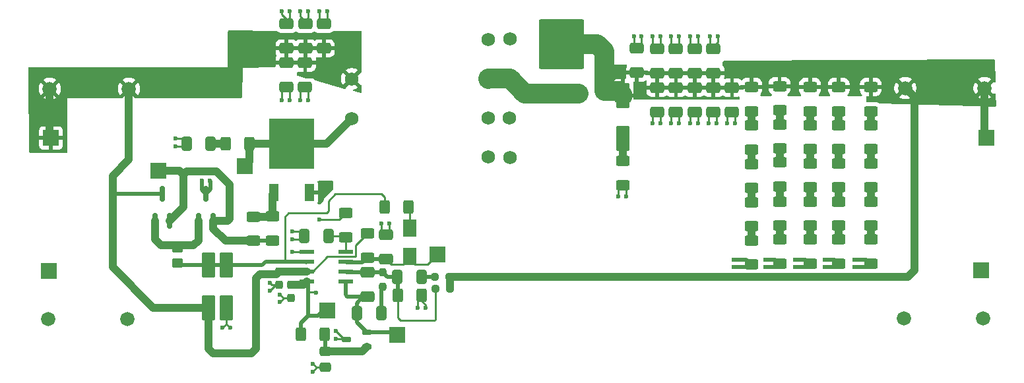
<source format=gbr>
%TF.GenerationSoftware,KiCad,Pcbnew,9.0.5*%
%TF.CreationDate,2025-10-30T21:41:21-07:00*%
%TF.ProjectId,Flyback_CCM_Converter,466c7962-6163-46b5-9f43-434d5f436f6e,rev?*%
%TF.SameCoordinates,Original*%
%TF.FileFunction,Copper,L1,Top*%
%TF.FilePolarity,Positive*%
%FSLAX46Y46*%
G04 Gerber Fmt 4.6, Leading zero omitted, Abs format (unit mm)*
G04 Created by KiCad (PCBNEW 9.0.5) date 2025-10-30 21:41:21*
%MOMM*%
%LPD*%
G01*
G04 APERTURE LIST*
G04 Aperture macros list*
%AMRoundRect*
0 Rectangle with rounded corners*
0 $1 Rounding radius*
0 $2 $3 $4 $5 $6 $7 $8 $9 X,Y pos of 4 corners*
0 Add a 4 corners polygon primitive as box body*
4,1,4,$2,$3,$4,$5,$6,$7,$8,$9,$2,$3,0*
0 Add four circle primitives for the rounded corners*
1,1,$1+$1,$2,$3*
1,1,$1+$1,$4,$5*
1,1,$1+$1,$6,$7*
1,1,$1+$1,$8,$9*
0 Add four rect primitives between the rounded corners*
20,1,$1+$1,$2,$3,$4,$5,0*
20,1,$1+$1,$4,$5,$6,$7,0*
20,1,$1+$1,$6,$7,$8,$9,0*
20,1,$1+$1,$8,$9,$2,$3,0*%
G04 Aperture macros list end*
%TA.AperFunction,SMDPad,CuDef*%
%ADD10RoundRect,0.250000X0.650000X-0.412500X0.650000X0.412500X-0.650000X0.412500X-0.650000X-0.412500X0*%
%TD*%
%TA.AperFunction,SMDPad,CuDef*%
%ADD11RoundRect,0.250000X-0.475000X0.337500X-0.475000X-0.337500X0.475000X-0.337500X0.475000X0.337500X0*%
%TD*%
%TA.AperFunction,SMDPad,CuDef*%
%ADD12RoundRect,0.250000X0.412500X0.650000X-0.412500X0.650000X-0.412500X-0.650000X0.412500X-0.650000X0*%
%TD*%
%TA.AperFunction,ComponentPad*%
%ADD13R,2.000000X2.000000*%
%TD*%
%TA.AperFunction,SMDPad,CuDef*%
%ADD14RoundRect,0.250000X0.625000X-0.400000X0.625000X0.400000X-0.625000X0.400000X-0.625000X-0.400000X0*%
%TD*%
%TA.AperFunction,SMDPad,CuDef*%
%ADD15RoundRect,0.162500X0.447500X0.162500X-0.447500X0.162500X-0.447500X-0.162500X0.447500X-0.162500X0*%
%TD*%
%TA.AperFunction,SMDPad,CuDef*%
%ADD16RoundRect,0.250000X-0.412500X-0.650000X0.412500X-0.650000X0.412500X0.650000X-0.412500X0.650000X0*%
%TD*%
%TA.AperFunction,SMDPad,CuDef*%
%ADD17RoundRect,0.237500X-0.237500X0.250000X-0.237500X-0.250000X0.237500X-0.250000X0.237500X0.250000X0*%
%TD*%
%TA.AperFunction,SMDPad,CuDef*%
%ADD18RoundRect,0.237500X-0.237500X0.300000X-0.237500X-0.300000X0.237500X-0.300000X0.237500X0.300000X0*%
%TD*%
%TA.AperFunction,SMDPad,CuDef*%
%ADD19RoundRect,0.250000X0.400000X0.625000X-0.400000X0.625000X-0.400000X-0.625000X0.400000X-0.625000X0*%
%TD*%
%TA.AperFunction,SMDPad,CuDef*%
%ADD20RoundRect,0.237500X-0.250000X-0.237500X0.250000X-0.237500X0.250000X0.237500X-0.250000X0.237500X0*%
%TD*%
%TA.AperFunction,SMDPad,CuDef*%
%ADD21R,1.651000X2.184400*%
%TD*%
%TA.AperFunction,SMDPad,CuDef*%
%ADD22RoundRect,0.237500X0.250000X0.237500X-0.250000X0.237500X-0.250000X-0.237500X0.250000X-0.237500X0*%
%TD*%
%TA.AperFunction,SMDPad,CuDef*%
%ADD23R,1.981200X0.558800*%
%TD*%
%TA.AperFunction,SMDPad,CuDef*%
%ADD24R,1.200000X2.200000*%
%TD*%
%TA.AperFunction,SMDPad,CuDef*%
%ADD25R,5.800000X6.400000*%
%TD*%
%TA.AperFunction,SMDPad,CuDef*%
%ADD26RoundRect,0.250000X0.600000X-1.400000X0.600000X1.400000X-0.600000X1.400000X-0.600000X-1.400000X0*%
%TD*%
%TA.AperFunction,SMDPad,CuDef*%
%ADD27RoundRect,0.250000X-0.600000X1.400000X-0.600000X-1.400000X0.600000X-1.400000X0.600000X1.400000X0*%
%TD*%
%TA.AperFunction,SMDPad,CuDef*%
%ADD28RoundRect,0.250000X-0.625000X0.400000X-0.625000X-0.400000X0.625000X-0.400000X0.625000X0.400000X0*%
%TD*%
%TA.AperFunction,SMDPad,CuDef*%
%ADD29RoundRect,0.250000X-0.650000X0.412500X-0.650000X-0.412500X0.650000X-0.412500X0.650000X0.412500X0*%
%TD*%
%TA.AperFunction,SMDPad,CuDef*%
%ADD30RoundRect,0.162500X0.162500X-0.837500X0.162500X0.837500X-0.162500X0.837500X-0.162500X-0.837500X0*%
%TD*%
%TA.AperFunction,ComponentPad*%
%ADD31C,1.750000*%
%TD*%
%TA.AperFunction,ComponentPad*%
%ADD32C,1.828800*%
%TD*%
%TA.AperFunction,SMDPad,CuDef*%
%ADD33RoundRect,0.250000X0.350000X-0.850000X0.350000X0.850000X-0.350000X0.850000X-0.350000X-0.850000X0*%
%TD*%
%TA.AperFunction,SMDPad,CuDef*%
%ADD34RoundRect,0.249997X2.650003X-2.950003X2.650003X2.950003X-2.650003X2.950003X-2.650003X-2.950003X0*%
%TD*%
%TA.AperFunction,SMDPad,CuDef*%
%ADD35RoundRect,0.250000X-0.400000X-0.625000X0.400000X-0.625000X0.400000X0.625000X-0.400000X0.625000X0*%
%TD*%
%TA.AperFunction,SMDPad,CuDef*%
%ADD36RoundRect,0.250000X0.450000X-0.350000X0.450000X0.350000X-0.450000X0.350000X-0.450000X-0.350000X0*%
%TD*%
%TA.AperFunction,ViaPad*%
%ADD37C,0.600000*%
%TD*%
%TA.AperFunction,Conductor*%
%ADD38C,0.254000*%
%TD*%
%TA.AperFunction,Conductor*%
%ADD39C,1.016000*%
%TD*%
%TA.AperFunction,Conductor*%
%ADD40C,0.508000*%
%TD*%
%TA.AperFunction,Conductor*%
%ADD41C,2.540000*%
%TD*%
G04 APERTURE END LIST*
D10*
%TO.P,Ccomp_3,1*%
%TO.N,/COMP*%
X147800000Y-128600000D03*
%TO.P,Ccomp_3,2*%
%TO.N,/VFB*%
X147800000Y-125475000D03*
%TD*%
D11*
%TO.P,C_ss1,1*%
%TO.N,Net-(Q2-B)*%
X142400000Y-135600000D03*
%TO.P,C_ss1,2*%
%TO.N,GND*%
X142400000Y-137675000D03*
%TD*%
D10*
%TO.P,C_isense1,1*%
%TO.N,/ISENSE*%
X150200000Y-123762500D03*
%TO.P,C_isense1,2*%
%TO.N,GND*%
X150200000Y-120637500D03*
%TD*%
D12*
%TO.P,Ccomp_2,1*%
%TO.N,Net-(Ccomp_2-Pad1)*%
X154762500Y-126000000D03*
%TO.P,Ccomp_2,2*%
%TO.N,/VFB*%
X151637500Y-126000000D03*
%TD*%
D13*
%TO.P,TP9,1,1*%
%TO.N,/COMP*%
X151600000Y-133500000D03*
%TD*%
D12*
%TO.P,Cosc1,2*%
%TO.N,GND*%
X139675000Y-120800000D03*
%TO.P,Cosc1,1*%
%TO.N,/RT{slash}CT*%
X142800000Y-120800000D03*
%TD*%
D14*
%TO.P,Rosc1,2*%
%TO.N,Net-(U1-VREF)*%
X145000000Y-117850000D03*
%TO.P,Rosc1,1*%
%TO.N,/RT{slash}CT*%
X145000000Y-120950000D03*
%TD*%
D15*
%TO.P,Q2,1,B*%
%TO.N,Net-(Q2-B)*%
X147710000Y-135050000D03*
%TO.P,Q2,2,E*%
%TO.N,/COMP*%
X147710000Y-133150000D03*
%TO.P,Q2,3,C*%
%TO.N,GND*%
X145090000Y-134100000D03*
%TD*%
D16*
%TO.P,Ccomp_1,1*%
%TO.N,/COMP*%
X146475000Y-130675000D03*
%TO.P,Ccomp_1,2*%
%TO.N,Net-(Ccomp_1-Pad2)*%
X149600000Y-130675000D03*
%TD*%
D13*
%TO.P,TP6,1,1*%
%TO.N,Net-(U1-VREF)*%
X142637500Y-130400000D03*
%TD*%
D17*
%TO.P,Rcomp_2,1*%
%TO.N,/VFB*%
X149800000Y-125475000D03*
%TO.P,Rcomp_2,2*%
%TO.N,Net-(Ccomp_1-Pad2)*%
X149800000Y-127300000D03*
%TD*%
D18*
%TO.P,C14,1*%
%TO.N,Net-(U1-VREF)*%
X138000000Y-127037500D03*
%TO.P,C14,2*%
%TO.N,GND*%
X138000000Y-128762500D03*
%TD*%
D13*
%TO.P,TP7,1,1*%
%TO.N,/ISENSE*%
X156800000Y-123200000D03*
%TD*%
D19*
%TO.P,R_ss1,1*%
%TO.N,Net-(Q2-B)*%
X142337500Y-133400000D03*
%TO.P,R_ss1,2*%
%TO.N,Net-(U1-VREF)*%
X139237500Y-133400000D03*
%TD*%
D20*
%TO.P,Rcomp_1,1*%
%TO.N,/VFB*%
X156575000Y-127600000D03*
%TO.P,Rcomp_1,2*%
%TO.N,+5V*%
X158400000Y-127600000D03*
%TD*%
D18*
%TO.P,C17,1*%
%TO.N,VCC*%
X136500000Y-125337500D03*
%TO.P,C17,2*%
%TO.N,GND*%
X136500000Y-127062500D03*
%TD*%
D19*
%TO.P,R_isense2,1*%
%TO.N,Net-(CR1-Pad1)*%
X153100000Y-117100000D03*
%TO.P,R_isense2,2*%
%TO.N,/OUT*%
X150000000Y-117100000D03*
%TD*%
D21*
%TO.P,CR1,1*%
%TO.N,Net-(CR1-Pad1)*%
X153200000Y-119745800D03*
%TO.P,CR1,2*%
%TO.N,/ISENSE*%
X153200000Y-123454200D03*
%TD*%
D19*
%TO.P,Rb1,1*%
%TO.N,GND*%
X154800000Y-128400000D03*
%TO.P,Rb1,2*%
%TO.N,/VFB*%
X151700000Y-128400000D03*
%TD*%
D22*
%TO.P,Rcomp_3,1*%
%TO.N,+5V*%
X158312500Y-126000000D03*
%TO.P,Rcomp_3,2*%
%TO.N,Net-(Ccomp_2-Pad1)*%
X156487500Y-126000000D03*
%TD*%
D14*
%TO.P,R_isense1,1*%
%TO.N,/ISENSE*%
X147800000Y-123550000D03*
%TO.P,R_isense1,2*%
%TO.N,VCC*%
X147800000Y-120450000D03*
%TD*%
D23*
%TO.P,U1,1,COMP*%
%TO.N,/COMP*%
X145000000Y-126610000D03*
%TO.P,U1,2,VFB*%
%TO.N,/VFB*%
X145000000Y-125340000D03*
%TO.P,U1,3,ISENSE*%
%TO.N,/ISENSE*%
X145000000Y-124070000D03*
%TO.P,U1,4,RT/CT*%
%TO.N,/RT{slash}CT*%
X145000000Y-122800000D03*
%TO.P,U1,5,GROUND*%
%TO.N,GND*%
X140072400Y-122800000D03*
%TO.P,U1,6,OUTPUT*%
%TO.N,/OUT*%
X140072400Y-124070000D03*
%TO.P,U1,7,VCC*%
%TO.N,VCC*%
X140072400Y-125340000D03*
%TO.P,U1,8,VREF*%
%TO.N,Net-(U1-VREF)*%
X140072400Y-126610000D03*
%TD*%
D14*
%TO.P,Rg_1,2*%
%TO.N,/QG*%
X135600000Y-118250000D03*
%TO.P,Rg_1,1*%
%TO.N,Net-(Q3-E)*%
X135600000Y-121350000D03*
%TD*%
D24*
%TO.P,Q1,3,S*%
%TO.N,GND*%
X140380000Y-115200000D03*
D25*
%TO.P,Q1,2,D*%
%TO.N,Net-(Q1-D)*%
X138100000Y-108900000D03*
D24*
%TO.P,Q1,1,G*%
%TO.N,/QG*%
X135820000Y-115200000D03*
%TD*%
D26*
%TO.P,D5,2,A*%
%TO.N,/OUT*%
X127400000Y-124505000D03*
%TO.P,D5,1,K*%
%TO.N,VCC*%
X127400000Y-130005000D03*
%TD*%
D27*
%TO.P,D6,1,K*%
%TO.N,/OUT*%
X129700000Y-124550000D03*
%TO.P,D6,2,A*%
%TO.N,GND*%
X129700000Y-130050000D03*
%TD*%
D28*
%TO.P,Rpreload33,1*%
%TO.N,Net-(Rpreload33-Pad1)*%
X197100000Y-121350000D03*
%TO.P,Rpreload33,2*%
%TO.N,GND*%
X197100000Y-124450000D03*
%TD*%
D29*
%TO.P,Cout_9,1*%
%TO.N,+5V*%
X189800000Y-101737500D03*
%TO.P,Cout_9,2*%
%TO.N,GND*%
X189800000Y-104862500D03*
%TD*%
D28*
%TO.P,Rpreload16,1*%
%TO.N,Net-(Rpreload15-Pad2)*%
X208300000Y-106550000D03*
%TO.P,Rpreload16,2*%
%TO.N,Net-(Rpreload16-Pad2)*%
X208300000Y-109650000D03*
%TD*%
D30*
%TO.P,Q3,1,B*%
%TO.N,Net-(Q3-B)*%
X120550000Y-118810000D03*
%TO.P,Q3,2,E*%
%TO.N,Net-(Q3-E)*%
X122450000Y-118810000D03*
%TO.P,Q3,3,C*%
%TO.N,VCC*%
X121500000Y-115390000D03*
%TD*%
D28*
%TO.P,Rpreload9,1*%
%TO.N,Net-(Rpreload8-Pad2)*%
X200700000Y-121250000D03*
%TO.P,Rpreload9,2*%
%TO.N,GND*%
X200700000Y-124350000D03*
%TD*%
%TO.P,Rpreload14,1*%
%TO.N,Net-(Rpreload13-Pad2)*%
X204600000Y-121250000D03*
%TO.P,Rpreload14,2*%
%TO.N,GND*%
X204600000Y-124350000D03*
%TD*%
D31*
%TO.P,T1,1,AA*%
%TO.N,VCC*%
X145800000Y-100600000D03*
%TO.P,T1,2,AB*%
%TO.N,Net-(Q1-D)*%
X145800000Y-105680000D03*
%TO.P,T1,3,SA*%
%TO.N,GND*%
X163300000Y-105600000D03*
X166040000Y-105670000D03*
%TO.P,T1,4,SB*%
%TO.N,Net-(T1-SB)*%
X163300000Y-100600000D03*
X166090000Y-100580000D03*
%TO.P,T1,NC1*%
%TO.N,N/C*%
X163300000Y-110600000D03*
X166070000Y-110730000D03*
%TO.P,T1,NC2*%
X163300000Y-95600000D03*
X166070000Y-95500000D03*
%TD*%
D28*
%TO.P,Rpreload12,1*%
%TO.N,Net-(Rpreload11-Pad2)*%
X204600000Y-111450000D03*
%TO.P,Rpreload12,2*%
%TO.N,Net-(Rpreload12-Pad2)*%
X204600000Y-114550000D03*
%TD*%
%TO.P,Rpreload21,1*%
%TO.N,Net-(Rpreload20-Pad2)*%
X212400000Y-106550000D03*
%TO.P,Rpreload21,2*%
%TO.N,Net-(Rpreload21-Pad2)*%
X212400000Y-109650000D03*
%TD*%
D10*
%TO.P,Cout_5,1*%
%TO.N,+5V*%
X192200000Y-99862500D03*
%TO.P,Cout_5,2*%
%TO.N,GND*%
X192200000Y-96737500D03*
%TD*%
D13*
%TO.P,TP4,1,1*%
%TO.N,GND*%
X226600000Y-125200000D03*
%TD*%
D28*
%TO.P,Rpreload5,1*%
%TO.N,+5V*%
X200700000Y-101550000D03*
%TO.P,Rpreload5,2*%
%TO.N,Net-(Rpreload5-Pad2)*%
X200700000Y-104650000D03*
%TD*%
D29*
%TO.P,Cout_4,1*%
%TO.N,+5V*%
X185000000Y-101737500D03*
%TO.P,Cout_4,2*%
%TO.N,GND*%
X185000000Y-104862500D03*
%TD*%
D14*
%TO.P,Rg_2,1*%
%TO.N,Net-(Q3-E)*%
X133200000Y-121400000D03*
%TO.P,Rg_2,2*%
%TO.N,/QG*%
X133200000Y-118300000D03*
%TD*%
D12*
%TO.P,C_snub1,1*%
%TO.N,Net-(C_snub1-Pad1)*%
X127712500Y-108900000D03*
%TO.P,C_snub1,2*%
%TO.N,GND*%
X124587500Y-108900000D03*
%TD*%
D29*
%TO.P,Cout_8,1*%
%TO.N,+5V*%
X187400000Y-101737500D03*
%TO.P,Cout_8,2*%
%TO.N,GND*%
X187400000Y-104862500D03*
%TD*%
D28*
%TO.P,Rpreload6,1*%
%TO.N,Net-(Rpreload5-Pad2)*%
X200700000Y-106450000D03*
%TO.P,Rpreload6,2*%
%TO.N,Net-(Rpreload6-Pad2)*%
X200700000Y-109550000D03*
%TD*%
D30*
%TO.P,Q4,1,B*%
%TO.N,Net-(Q3-B)*%
X126150000Y-118810000D03*
%TO.P,Q4,2,E*%
%TO.N,Net-(Q3-E)*%
X128050000Y-118810000D03*
%TO.P,Q4,3,C*%
%TO.N,GND*%
X127100000Y-115390000D03*
%TD*%
D28*
%TO.P,Rpreload10,1*%
%TO.N,+5V*%
X204600000Y-101650000D03*
%TO.P,Rpreload10,2*%
%TO.N,Net-(Rpreload10-Pad2)*%
X204600000Y-104750000D03*
%TD*%
D32*
%TO.P,J4,1,1*%
%TO.N,GND*%
X226800000Y-131400000D03*
%TO.P,J4,2,2*%
X216640000Y-131400000D03*
%TD*%
D27*
%TO.P,D4,1,K*%
%TO.N,+5V*%
X180600000Y-102750000D03*
%TO.P,D4,2,A*%
%TO.N,Net-(D4-A)*%
X180600000Y-108250000D03*
%TD*%
D13*
%TO.P,TP8,1,1*%
%TO.N,Net-(Q1-D)*%
X132100000Y-111800000D03*
%TD*%
D10*
%TO.P,Cin_1,1*%
%TO.N,VCC*%
X137418750Y-96681250D03*
%TO.P,Cin_1,2*%
%TO.N,GND*%
X137418750Y-93556250D03*
%TD*%
D28*
%TO.P,Rpreload20,1*%
%TO.N,+5V*%
X212400000Y-101650000D03*
%TO.P,Rpreload20,2*%
%TO.N,Net-(Rpreload20-Pad2)*%
X212400000Y-104750000D03*
%TD*%
D29*
%TO.P,Cin_3,1*%
%TO.N,VCC*%
X139818750Y-98556250D03*
%TO.P,Cin_3,2*%
%TO.N,GND*%
X139818750Y-101681250D03*
%TD*%
%TO.P,Cout_10,1*%
%TO.N,+5V*%
X192200000Y-101737500D03*
%TO.P,Cout_10,2*%
%TO.N,GND*%
X192200000Y-104862500D03*
%TD*%
D28*
%TO.P,Rpreload24,1*%
%TO.N,Net-(Rpreload23-Pad2)*%
X212400000Y-121250000D03*
%TO.P,Rpreload24,2*%
%TO.N,GND*%
X212400000Y-124350000D03*
%TD*%
D29*
%TO.P,Cout_2,1*%
%TO.N,+5V*%
X194600000Y-101737500D03*
%TO.P,Cout_2,2*%
%TO.N,GND*%
X194600000Y-104862500D03*
%TD*%
D33*
%TO.P,R8,1,1*%
%TO.N,Net-(T1-SB)*%
X170395000Y-102475000D03*
D34*
%TO.P,R8,2,2*%
%TO.N,+5V*%
X172675000Y-96175000D03*
D33*
%TO.P,R8,3,3*%
%TO.N,Net-(T1-SB)*%
X174955000Y-102475000D03*
%TD*%
D10*
%TO.P,Cout_7,1*%
%TO.N,+5V*%
X187400000Y-99862500D03*
%TO.P,Cout_7,2*%
%TO.N,GND*%
X187400000Y-96737500D03*
%TD*%
D32*
%TO.P,+5V1,1,1*%
%TO.N,+5V*%
X227000000Y-101800000D03*
%TO.P,+5V1,2,2*%
X216840000Y-101800000D03*
%TD*%
D13*
%TO.P,TP1,1,1*%
%TO.N,VCC*%
X107200000Y-108200000D03*
%TD*%
D28*
%TO.P,Rpreload15,1*%
%TO.N,+5V*%
X208300000Y-101650000D03*
%TO.P,Rpreload15,2*%
%TO.N,Net-(Rpreload15-Pad2)*%
X208300000Y-104750000D03*
%TD*%
D32*
%TO.P,+12,1,1*%
%TO.N,VCC*%
X107043900Y-101885700D03*
%TO.P,+12,2,2*%
X117203900Y-101885700D03*
%TD*%
D28*
%TO.P,Rpreload1,1*%
%TO.N,+5V*%
X197100000Y-101650000D03*
%TO.P,Rpreload1,2*%
%TO.N,Net-(Rpreload1-Pad2)*%
X197100000Y-104750000D03*
%TD*%
D10*
%TO.P,Cout_1,1*%
%TO.N,+5V*%
X182400000Y-99825000D03*
%TO.P,Cout_1,2*%
%TO.N,GND*%
X182400000Y-96700000D03*
%TD*%
D28*
%TO.P,Rpreload23,1*%
%TO.N,Net-(Rpreload22-Pad2)*%
X212400000Y-116350000D03*
%TO.P,Rpreload23,2*%
%TO.N,Net-(Rpreload23-Pad2)*%
X212400000Y-119450000D03*
%TD*%
%TO.P,Rpreload13,1*%
%TO.N,Net-(Rpreload12-Pad2)*%
X204600000Y-116350000D03*
%TO.P,Rpreload13,2*%
%TO.N,Net-(Rpreload13-Pad2)*%
X204600000Y-119450000D03*
%TD*%
D10*
%TO.P,Cin_4,1*%
%TO.N,VCC*%
X139856250Y-96681250D03*
%TO.P,Cin_4,2*%
%TO.N,GND*%
X139856250Y-93556250D03*
%TD*%
%TO.P,Cout_6,1*%
%TO.N,+5V*%
X189800000Y-99862500D03*
%TO.P,Cout_6,2*%
%TO.N,GND*%
X189800000Y-96737500D03*
%TD*%
D28*
%TO.P,Rpreload19,1*%
%TO.N,Net-(Rpreload18-Pad2)*%
X208300000Y-121250000D03*
%TO.P,Rpreload19,2*%
%TO.N,GND*%
X208300000Y-124350000D03*
%TD*%
%TO.P,Rpreload22,1*%
%TO.N,Net-(Rpreload21-Pad2)*%
X212400000Y-111450000D03*
%TO.P,Rpreload22,2*%
%TO.N,Net-(Rpreload22-Pad2)*%
X212400000Y-114550000D03*
%TD*%
%TO.P,Rpreload8,1*%
%TO.N,Net-(Rpreload7-Pad2)*%
X200700000Y-116350000D03*
%TO.P,Rpreload8,2*%
%TO.N,Net-(Rpreload8-Pad2)*%
X200700000Y-119450000D03*
%TD*%
D35*
%TO.P,R_snub1,1*%
%TO.N,Net-(C_snub1-Pad1)*%
X129600000Y-108900000D03*
%TO.P,R_snub1,2*%
%TO.N,Net-(Q1-D)*%
X132700000Y-108900000D03*
%TD*%
D10*
%TO.P,Cout_3,1*%
%TO.N,+5V*%
X185000000Y-99862500D03*
%TO.P,Cout_3,2*%
%TO.N,GND*%
X185000000Y-96737500D03*
%TD*%
D13*
%TO.P,TP3,1,1*%
%TO.N,+5V*%
X227200000Y-108200000D03*
%TD*%
D28*
%TO.P,Rpreload4,1*%
%TO.N,Net-(Rpreload3-Pad2)*%
X197100000Y-116450000D03*
%TO.P,Rpreload4,2*%
%TO.N,Net-(Rpreload33-Pad1)*%
X197100000Y-119550000D03*
%TD*%
%TO.P,Rpreload11,1*%
%TO.N,Net-(Rpreload10-Pad2)*%
X204600000Y-106550000D03*
%TO.P,Rpreload11,2*%
%TO.N,Net-(Rpreload11-Pad2)*%
X204600000Y-109650000D03*
%TD*%
D36*
%TO.P,Rb2,1*%
%TO.N,/OUT*%
X123400000Y-124300000D03*
%TO.P,Rb2,2*%
%TO.N,Net-(Q3-B)*%
X123400000Y-122300000D03*
%TD*%
D32*
%TO.P,J3,1,1*%
%TO.N,GND*%
X106843900Y-131485700D03*
%TO.P,J3,2,2*%
X117003900Y-131485700D03*
%TD*%
D28*
%TO.P,Rpreload3,1*%
%TO.N,Net-(Rpreload2-Pad2)*%
X197100000Y-111550000D03*
%TO.P,Rpreload3,2*%
%TO.N,Net-(Rpreload3-Pad2)*%
X197100000Y-114650000D03*
%TD*%
%TO.P,Rpreload2,1*%
%TO.N,Net-(Rpreload1-Pad2)*%
X197100000Y-106600000D03*
%TO.P,Rpreload2,2*%
%TO.N,Net-(Rpreload2-Pad2)*%
X197100000Y-109700000D03*
%TD*%
D14*
%TO.P,R11,1*%
%TO.N,GND*%
X180600000Y-114250000D03*
%TO.P,R11,2*%
%TO.N,Net-(D4-A)*%
X180600000Y-111150000D03*
%TD*%
D13*
%TO.P,TP5,1,1*%
%TO.N,Net-(Q3-E)*%
X121000000Y-112400000D03*
%TD*%
D28*
%TO.P,Rpreload17,1*%
%TO.N,Net-(Rpreload16-Pad2)*%
X208300000Y-111450000D03*
%TO.P,Rpreload17,2*%
%TO.N,Net-(Rpreload17-Pad2)*%
X208300000Y-114550000D03*
%TD*%
%TO.P,Rpreload7,1*%
%TO.N,Net-(Rpreload6-Pad2)*%
X200700000Y-111350000D03*
%TO.P,Rpreload7,2*%
%TO.N,Net-(Rpreload7-Pad2)*%
X200700000Y-114450000D03*
%TD*%
%TO.P,Rpreload18,1*%
%TO.N,Net-(Rpreload17-Pad2)*%
X208300000Y-116350000D03*
%TO.P,Rpreload18,2*%
%TO.N,Net-(Rpreload18-Pad2)*%
X208300000Y-119450000D03*
%TD*%
D13*
%TO.P,TP2,1,1*%
%TO.N,GND*%
X106962500Y-125285700D03*
%TD*%
D10*
%TO.P,Cin_5,1*%
%TO.N,VCC*%
X142218750Y-96681250D03*
%TO.P,Cin_5,2*%
%TO.N,GND*%
X142218750Y-93556250D03*
%TD*%
D29*
%TO.P,Cin_2,1*%
%TO.N,VCC*%
X137418750Y-98518750D03*
%TO.P,Cin_2,2*%
%TO.N,GND*%
X137418750Y-101643750D03*
%TD*%
D37*
%TO.N,GND*%
X141800000Y-115900000D03*
X141800000Y-114100000D03*
X130200000Y-132600000D03*
X129200000Y-132600000D03*
X143800000Y-133000000D03*
%TO.N,Net-(U1-VREF)*%
X141600000Y-118700000D03*
X141200000Y-128100000D03*
%TO.N,GND*%
X155237500Y-130000000D03*
X154237500Y-130000000D03*
X138200000Y-120200000D03*
X143800000Y-134000000D03*
X136600000Y-128300000D03*
X140800000Y-137200000D03*
X150637500Y-119200000D03*
X149637500Y-119200000D03*
X138200000Y-122800000D03*
X138200000Y-121200000D03*
X140800000Y-138200000D03*
X136600000Y-129300000D03*
X142900000Y-114900000D03*
X126600000Y-113700000D03*
X206500000Y-123800000D03*
X194800000Y-124800000D03*
X142900000Y-114100000D03*
X206500000Y-124800000D03*
X182000000Y-95100000D03*
X184400000Y-106300000D03*
X140218750Y-91956250D03*
X187800000Y-95100000D03*
X135300000Y-126800000D03*
X190200000Y-95100000D03*
X190200000Y-106300000D03*
X180000000Y-115700000D03*
X191600000Y-106300000D03*
X186800000Y-106300000D03*
X191800000Y-95100000D03*
X136818750Y-103318750D03*
X198900000Y-123800000D03*
X137818750Y-91956250D03*
X136818750Y-91956250D03*
X198900000Y-124800000D03*
X183000000Y-95100000D03*
X186800000Y-95100000D03*
X127600000Y-113700000D03*
X194000000Y-106300000D03*
X123150000Y-108300000D03*
X181000000Y-115700000D03*
X184400000Y-95100000D03*
X185400000Y-95100000D03*
X142618750Y-91956250D03*
X139218750Y-103318750D03*
X194800000Y-123800000D03*
X135300000Y-127800000D03*
X189200000Y-95100000D03*
X185400000Y-106300000D03*
X123150000Y-109300000D03*
X195000000Y-106300000D03*
X189200000Y-106300000D03*
X187800000Y-106300000D03*
X202700000Y-123800000D03*
X192800000Y-95100000D03*
X210300000Y-124800000D03*
X192600000Y-106300000D03*
X210300000Y-123800000D03*
X140218750Y-103318750D03*
X137818750Y-103318750D03*
X202700000Y-124800000D03*
X141618750Y-91956250D03*
X139218750Y-91956250D03*
%TD*%
D38*
%TO.N,GND*%
X141800000Y-115200000D02*
X141800000Y-115900000D01*
X141800000Y-115200000D02*
X141800000Y-114100000D01*
D39*
%TO.N,VCC*%
X140069900Y-125337500D02*
X140072400Y-125340000D01*
X136500000Y-125337500D02*
X140069900Y-125337500D01*
D38*
%TO.N,GND*%
X129700000Y-132100000D02*
X130200000Y-132600000D01*
X129700000Y-130050000D02*
X129700000Y-132100000D01*
X129700000Y-132100000D02*
X129200000Y-132600000D01*
X136037500Y-127062500D02*
X135300000Y-127800000D01*
X136500000Y-127062500D02*
X136037500Y-127062500D01*
X135562500Y-127062500D02*
X135300000Y-126800000D01*
X136500000Y-127062500D02*
X135562500Y-127062500D01*
D39*
%TO.N,VCC*%
X136137500Y-125700000D02*
X136500000Y-125337500D01*
X133500000Y-126200000D02*
X134000000Y-125700000D01*
X132900000Y-135900000D02*
X133500000Y-135300000D01*
X134000000Y-125700000D02*
X136137500Y-125700000D01*
X133500000Y-135300000D02*
X133500000Y-126200000D01*
X128000000Y-135900000D02*
X132900000Y-135900000D01*
X127400000Y-135300000D02*
X128000000Y-135900000D01*
X127400000Y-130005000D02*
X127400000Y-135300000D01*
D40*
%TO.N,/OUT*%
X123605000Y-124505000D02*
X123400000Y-124300000D01*
X127400000Y-124505000D02*
X123605000Y-124505000D01*
X127445000Y-124550000D02*
X127400000Y-124505000D01*
X129700000Y-124550000D02*
X127445000Y-124550000D01*
X134770000Y-124070000D02*
X137200000Y-124070000D01*
X134290000Y-124550000D02*
X134770000Y-124070000D01*
X129700000Y-124550000D02*
X134290000Y-124550000D01*
D39*
%TO.N,VCC*%
X120305000Y-130005000D02*
X127400000Y-130005000D01*
X115100000Y-124800000D02*
X120305000Y-130005000D01*
X115100000Y-115500000D02*
X115100000Y-124800000D01*
D38*
%TO.N,GND*%
X150637500Y-120200000D02*
X150637500Y-119200000D01*
X139400000Y-120800000D02*
X139000000Y-121200000D01*
%TO.N,VCC*%
X140012400Y-125400000D02*
X140072400Y-125340000D01*
D39*
%TO.N,Net-(U1-VREF)*%
X139644900Y-127037500D02*
X140072400Y-126610000D01*
D40*
X139237500Y-132000000D02*
X140237500Y-131000000D01*
X140237500Y-128600000D02*
X140237500Y-128000000D01*
X140237500Y-131000000D02*
X141437500Y-131000000D01*
X139237500Y-133400000D02*
X139237500Y-132000000D01*
X140237500Y-126775100D02*
X140072400Y-126610000D01*
X140237500Y-131000000D02*
X140237500Y-128600000D01*
%TO.N,/OUT*%
X140072400Y-124070000D02*
X139987400Y-124155000D01*
%TO.N,Net-(U1-VREF)*%
X141437500Y-131000000D02*
X142637500Y-129800000D01*
D39*
X138000000Y-127037500D02*
X139644900Y-127037500D01*
D40*
%TO.N,Net-(Ccomp_1-Pad2)*%
X149600000Y-127500000D02*
X149800000Y-127300000D01*
%TO.N,Net-(Ccomp_2-Pad1)*%
X156487500Y-126000000D02*
X154762500Y-126000000D01*
%TO.N,Net-(Ccomp_1-Pad2)*%
X149600000Y-130675000D02*
X149600000Y-127500000D01*
D38*
%TO.N,/ISENSE*%
X150908700Y-124471200D02*
X150200000Y-123762500D01*
%TO.N,/VFB*%
X156575000Y-127600000D02*
X156575000Y-131462500D01*
%TO.N,/ISENSE*%
X153200000Y-123454200D02*
X153200000Y-123647920D01*
D39*
%TO.N,Net-(Q2-B)*%
X147710000Y-135050000D02*
X147160000Y-135600000D01*
D40*
%TO.N,/ISENSE*%
X147150000Y-124200000D02*
X145130000Y-124200000D01*
D38*
X153200000Y-123454200D02*
X153200000Y-123762500D01*
D40*
X148012500Y-123762500D02*
X147800000Y-123550000D01*
%TO.N,/VFB*%
X149800000Y-125475000D02*
X147800000Y-125475000D01*
D38*
X156575000Y-131462500D02*
X156437500Y-131600000D01*
%TO.N,/ISENSE*%
X153200000Y-123647920D02*
X153047920Y-123800000D01*
%TO.N,/VFB*%
X156437500Y-131600000D02*
X152037500Y-131600000D01*
%TO.N,/ISENSE*%
X153200000Y-123762500D02*
X153908700Y-124471200D01*
D40*
%TO.N,/VFB*%
X147800000Y-125475000D02*
X145135000Y-125475000D01*
D38*
%TO.N,/ISENSE*%
X153047920Y-123800000D02*
X152451700Y-123800000D01*
X155528800Y-124471200D02*
X156800000Y-123200000D01*
%TO.N,/VFB*%
X151700000Y-131262500D02*
X151700000Y-128400000D01*
D40*
X145135000Y-125475000D02*
X145000000Y-125340000D01*
D38*
%TO.N,/ISENSE*%
X152376720Y-124471200D02*
X150908700Y-124471200D01*
D40*
X147800000Y-123550000D02*
X147150000Y-124200000D01*
D38*
X152451700Y-123800000D02*
X152451700Y-124396220D01*
D40*
%TO.N,/VFB*%
X151700000Y-126062500D02*
X151637500Y-126000000D01*
D38*
%TO.N,/ISENSE*%
X152451700Y-124396220D02*
X152376720Y-124471200D01*
D40*
%TO.N,Net-(Q2-B)*%
X142400000Y-135362500D02*
X142400000Y-133350000D01*
X142400000Y-133350000D02*
X142550000Y-133200000D01*
%TO.N,/VFB*%
X150325000Y-126000000D02*
X149800000Y-125475000D01*
D38*
X152037500Y-131600000D02*
X151700000Y-131262500D01*
%TO.N,/ISENSE*%
X153908700Y-124471200D02*
X155528800Y-124471200D01*
D39*
%TO.N,Net-(Q2-B)*%
X147160000Y-135600000D02*
X142400000Y-135600000D01*
D38*
%TO.N,/RT{slash}CT*%
X144850000Y-120800000D02*
X145000000Y-120950000D01*
X142800000Y-120800000D02*
X144850000Y-120800000D01*
X145000000Y-120950000D02*
X145000000Y-122800000D01*
%TO.N,Net-(CR1-Pad1)*%
X153200000Y-117400000D02*
X153000000Y-117200000D01*
X153200000Y-119745800D02*
X153200000Y-117400000D01*
D40*
%TO.N,/VFB*%
X151700000Y-128400000D02*
X151700000Y-126062500D01*
X151637500Y-126000000D02*
X150325000Y-126000000D01*
%TO.N,/ISENSE*%
X145130000Y-124200000D02*
X145000000Y-124070000D01*
X150200000Y-123762500D02*
X148012500Y-123762500D01*
D38*
%TO.N,GND*%
X149637500Y-120400000D02*
X149637500Y-119200000D01*
X138000000Y-128762500D02*
X137062500Y-128762500D01*
X142400000Y-137675000D02*
X141325000Y-137675000D01*
X145090000Y-134100000D02*
X144900000Y-134100000D01*
X139000000Y-121200000D02*
X138200000Y-121200000D01*
X144900000Y-134100000D02*
X143800000Y-133000000D01*
X154800000Y-129162500D02*
X155237500Y-129600000D01*
X142400000Y-137437500D02*
X142400000Y-138037500D01*
X139675000Y-120800000D02*
X139675000Y-120925000D01*
X150200000Y-120637500D02*
X149962500Y-120400000D01*
X138200000Y-122800000D02*
X140072400Y-122800000D01*
D39*
%TO.N,+5V*%
X158400000Y-127600000D02*
X158400000Y-126087500D01*
D38*
%TO.N,GND*%
X154800000Y-128400000D02*
X154800000Y-129162500D01*
X137137500Y-128762500D02*
X136600000Y-129300000D01*
D40*
%TO.N,/COMP*%
X145237500Y-128600000D02*
X145000000Y-128362500D01*
X146475000Y-131915000D02*
X147710000Y-133150000D01*
X146437500Y-129400000D02*
X147237500Y-128600000D01*
X147710000Y-133150000D02*
X150850000Y-133150000D01*
X146475000Y-129437500D02*
X146437500Y-129400000D01*
X146475000Y-130675000D02*
X146475000Y-131915000D01*
X146475000Y-130675000D02*
X146475000Y-129437500D01*
D39*
%TO.N,+5V*%
X217200000Y-126000000D02*
X158312500Y-126000000D01*
D40*
%TO.N,/COMP*%
X146150000Y-131000000D02*
X146475000Y-130675000D01*
X150850000Y-133150000D02*
X151400000Y-133700000D01*
X145000000Y-128362500D02*
X145000000Y-126610000D01*
X147237500Y-128600000D02*
X147800000Y-128600000D01*
X147800000Y-128600000D02*
X145237500Y-128600000D01*
D39*
%TO.N,+5V*%
X158400000Y-126087500D02*
X158312500Y-126000000D01*
D38*
%TO.N,Net-(U1-VREF)*%
X144150000Y-118700000D02*
X141600000Y-118700000D01*
%TO.N,VCC*%
X146300000Y-121950000D02*
X146300000Y-122192600D01*
%TO.N,Net-(U1-VREF)*%
X140783600Y-126610000D02*
X140072400Y-126610000D01*
%TO.N,VCC*%
X146318600Y-122192600D02*
X146318600Y-123407400D01*
D40*
%TO.N,Net-(U1-VREF)*%
X140237500Y-128000000D02*
X140237500Y-126775100D01*
D38*
X141200000Y-128100000D02*
X141100000Y-128000000D01*
%TO.N,VCC*%
X146300000Y-122192600D02*
X146318600Y-122192600D01*
X142692600Y-123407400D02*
X140760000Y-125340000D01*
X140760000Y-125340000D02*
X140072400Y-125340000D01*
X147800000Y-120450000D02*
X146300000Y-121950000D01*
%TO.N,Net-(U1-VREF)*%
X145000000Y-117850000D02*
X144150000Y-118700000D01*
X141100000Y-128000000D02*
X140237500Y-128000000D01*
%TO.N,VCC*%
X146318600Y-123407400D02*
X142692600Y-123407400D01*
%TO.N,GND*%
X154800000Y-128400000D02*
X154237500Y-128962500D01*
X139675000Y-120800000D02*
X139400000Y-120800000D01*
X139675000Y-120475000D02*
X139400000Y-120200000D01*
X154800000Y-128400000D02*
X154800000Y-129037500D01*
X141275000Y-137675000D02*
X140800000Y-137200000D01*
X144990000Y-134000000D02*
X145090000Y-134100000D01*
X155237500Y-129600000D02*
X155237500Y-130000000D01*
X139400000Y-120200000D02*
X138200000Y-120200000D01*
X137062500Y-128762500D02*
X136600000Y-128300000D01*
X142400000Y-137675000D02*
X141275000Y-137675000D01*
X149962500Y-120400000D02*
X149637500Y-120400000D01*
X138000000Y-128762500D02*
X137137500Y-128762500D01*
X142400000Y-137962500D02*
X142400000Y-137437500D01*
X139675000Y-120925000D02*
X139400000Y-121200000D01*
X139675000Y-120800000D02*
X139675000Y-120475000D01*
X141325000Y-137675000D02*
X140800000Y-138200000D01*
X143800000Y-134000000D02*
X144990000Y-134000000D01*
X150200000Y-120637500D02*
X150637500Y-120200000D01*
X154237500Y-128962500D02*
X154237500Y-130000000D01*
D40*
%TO.N,/OUT*%
X137200000Y-124070000D02*
X140072400Y-124070000D01*
D38*
X137700000Y-117800000D02*
X137200000Y-118300000D01*
X142800000Y-117600000D02*
X142600000Y-117800000D01*
X143700000Y-115400000D02*
X142800000Y-116300000D01*
X142800000Y-116300000D02*
X142800000Y-117600000D01*
X150000000Y-117100000D02*
X150000000Y-115800000D01*
X137200000Y-118300000D02*
X137200000Y-124070000D01*
X142600000Y-117800000D02*
X137700000Y-117800000D01*
%TO.N,GND*%
X141800000Y-115200000D02*
X142900000Y-114100000D01*
D39*
%TO.N,Net-(Q1-D)*%
X138100000Y-108900000D02*
X142580000Y-108900000D01*
D38*
%TO.N,GND*%
X142900000Y-114900000D02*
X142600000Y-115200000D01*
X142600000Y-115200000D02*
X140380000Y-115200000D01*
X140380000Y-115200000D02*
X141800000Y-115200000D01*
%TO.N,/OUT*%
X150000000Y-115800000D02*
X149600000Y-115400000D01*
X149600000Y-115400000D02*
X143700000Y-115400000D01*
D40*
%TO.N,VCC*%
X115210000Y-115390000D02*
X115100000Y-115500000D01*
D39*
X107043900Y-108043900D02*
X107200000Y-108200000D01*
X117203900Y-110996100D02*
X115100000Y-113100000D01*
X107043900Y-101885700D02*
X107043900Y-108043900D01*
X117203900Y-101885700D02*
X117203900Y-110996100D01*
D40*
X121500000Y-115390000D02*
X115210000Y-115390000D01*
D39*
X115100000Y-113100000D02*
X115100000Y-115500000D01*
D38*
%TO.N,GND*%
X189200000Y-105462500D02*
X189800000Y-104862500D01*
X137418750Y-101643750D02*
X137543750Y-101643750D01*
D40*
X198900000Y-124800000D02*
X200250000Y-124800000D01*
D38*
X137293750Y-101643750D02*
X136818750Y-102118750D01*
X186800000Y-96100000D02*
X186800000Y-95100000D01*
X139218750Y-92556250D02*
X139218750Y-91956250D01*
X195000000Y-105262500D02*
X194600000Y-104862500D01*
X180000000Y-115700000D02*
X180000000Y-114850000D01*
X187800000Y-106300000D02*
X187800000Y-105262500D01*
X139818750Y-101681250D02*
X139656250Y-101681250D01*
X183000000Y-96100000D02*
X183000000Y-95100000D01*
X137543750Y-101643750D02*
X137818750Y-101918750D01*
X195000000Y-106300000D02*
X195000000Y-105262500D01*
X192600000Y-106300000D02*
X192600000Y-105262500D01*
D40*
X200250000Y-124800000D02*
X200700000Y-124350000D01*
D38*
X139656250Y-101681250D02*
X139218750Y-102118750D01*
D40*
X210300000Y-123800000D02*
X211850000Y-123800000D01*
X194800000Y-124800000D02*
X196750000Y-124800000D01*
D38*
X191600000Y-105462500D02*
X192200000Y-104862500D01*
X123150000Y-109300000D02*
X124150000Y-109300000D01*
X141618750Y-92956250D02*
X142218750Y-93556250D01*
X194000000Y-105462500D02*
X194600000Y-104862500D01*
X137418750Y-92956250D02*
X136818750Y-92356250D01*
X186800000Y-105462500D02*
X187400000Y-104862500D01*
X182400000Y-96700000D02*
X183000000Y-96100000D01*
D40*
X194800000Y-123800000D02*
X196450000Y-123800000D01*
D38*
X182000000Y-96300000D02*
X182000000Y-95100000D01*
X137418750Y-93156250D02*
X137818750Y-92756250D01*
X139856250Y-93556250D02*
X139856250Y-93193750D01*
X139818750Y-101681250D02*
X139818750Y-102156250D01*
X136818750Y-92356250D02*
X136818750Y-91956250D01*
X189200000Y-96100000D02*
X189200000Y-95100000D01*
X139856250Y-93556250D02*
X139856250Y-93118750D01*
D40*
X127700000Y-113800000D02*
X127663000Y-113763000D01*
D38*
X187400000Y-96500000D02*
X187800000Y-96100000D01*
X139981250Y-101681250D02*
X140218750Y-101918750D01*
X187400000Y-96737500D02*
X187400000Y-96700000D01*
X187800000Y-105262500D02*
X187400000Y-104862500D01*
X185000000Y-96737500D02*
X185000000Y-96500000D01*
D40*
X210300000Y-124800000D02*
X211950000Y-124800000D01*
X204150000Y-124800000D02*
X204600000Y-124350000D01*
D38*
X139856250Y-93118750D02*
X140218750Y-92756250D01*
X184400000Y-96300000D02*
X184400000Y-95100000D01*
D40*
X196750000Y-124800000D02*
X197100000Y-124450000D01*
D38*
X140218750Y-101918750D02*
X140218750Y-103318750D01*
X190200000Y-106300000D02*
X190200000Y-105262500D01*
D40*
X206500000Y-124800000D02*
X207850000Y-124800000D01*
D38*
X192600000Y-105262500D02*
X192200000Y-104862500D01*
X192200000Y-96737500D02*
X192200000Y-96500000D01*
X142618750Y-91956250D02*
X142618750Y-93156250D01*
X182400000Y-96700000D02*
X182000000Y-96300000D01*
X189800000Y-96700000D02*
X189200000Y-96100000D01*
X190200000Y-96100000D02*
X190200000Y-95100000D01*
D40*
X202700000Y-124800000D02*
X204150000Y-124800000D01*
D38*
X187400000Y-96737500D02*
X187400000Y-96500000D01*
X139218750Y-102118750D02*
X139218750Y-103318750D01*
D40*
X207850000Y-124800000D02*
X208300000Y-124350000D01*
D38*
X190200000Y-105262500D02*
X189800000Y-104862500D01*
X191800000Y-96100000D02*
X191800000Y-95100000D01*
X141618750Y-91956250D02*
X141618750Y-92956250D01*
D40*
X200150000Y-123800000D02*
X200700000Y-124350000D01*
X126600000Y-114890000D02*
X126600000Y-113763000D01*
D38*
X185400000Y-105262500D02*
X185000000Y-104862500D01*
X139818750Y-101681250D02*
X139981250Y-101681250D01*
X185400000Y-106300000D02*
X185400000Y-105262500D01*
X187400000Y-96700000D02*
X186800000Y-96100000D01*
X189800000Y-96737500D02*
X189800000Y-96700000D01*
D40*
X127100000Y-115390000D02*
X126600000Y-114890000D01*
D38*
X192200000Y-96500000D02*
X192800000Y-95900000D01*
X184400000Y-105462500D02*
X185000000Y-104862500D01*
X140218750Y-92756250D02*
X140218750Y-91956250D01*
X184400000Y-106300000D02*
X184400000Y-105462500D01*
X185000000Y-96737500D02*
X184837500Y-96737500D01*
D40*
X127663000Y-113763000D02*
X127600000Y-113763000D01*
D38*
X191600000Y-106300000D02*
X191600000Y-105462500D01*
X186800000Y-106300000D02*
X186800000Y-105462500D01*
X180000000Y-114850000D02*
X180600000Y-114250000D01*
X194000000Y-106300000D02*
X194000000Y-105462500D01*
X189800000Y-96500000D02*
X190200000Y-96100000D01*
D40*
X198900000Y-123800000D02*
X200150000Y-123800000D01*
D38*
X185000000Y-96500000D02*
X185400000Y-96100000D01*
X137418750Y-101643750D02*
X137293750Y-101643750D01*
X192800000Y-95900000D02*
X192800000Y-95100000D01*
X137818750Y-92756250D02*
X137818750Y-91956250D01*
X136818750Y-102118750D02*
X136818750Y-103318750D01*
X139856250Y-93193750D02*
X139218750Y-92556250D01*
D40*
X196450000Y-123800000D02*
X197100000Y-124450000D01*
D38*
X184837500Y-96737500D02*
X184400000Y-96300000D01*
X181000000Y-115700000D02*
X181000000Y-114650000D01*
X189800000Y-96737500D02*
X189800000Y-96500000D01*
D40*
X206500000Y-123800000D02*
X207750000Y-123800000D01*
X127100000Y-115390000D02*
X127700000Y-114790000D01*
D38*
X192200000Y-96500000D02*
X191800000Y-96100000D01*
X185400000Y-96100000D02*
X185400000Y-95100000D01*
D40*
X127700000Y-114790000D02*
X127700000Y-113800000D01*
D38*
X187800000Y-96100000D02*
X187800000Y-95100000D01*
X137818750Y-101918750D02*
X137818750Y-103318750D01*
X142618750Y-93156250D02*
X142218750Y-93556250D01*
D40*
X207750000Y-123800000D02*
X208300000Y-124350000D01*
D38*
X189200000Y-106300000D02*
X189200000Y-105462500D01*
X181000000Y-114650000D02*
X180600000Y-114250000D01*
D40*
X211950000Y-124800000D02*
X212400000Y-124350000D01*
X204050000Y-123800000D02*
X204600000Y-124350000D01*
D38*
X137418750Y-93556250D02*
X137418750Y-92956250D01*
D40*
X202700000Y-123800000D02*
X204050000Y-123800000D01*
D38*
X137418750Y-93556250D02*
X137418750Y-93156250D01*
X123150000Y-108300000D02*
X124350000Y-108300000D01*
D40*
X211850000Y-123800000D02*
X212400000Y-124350000D01*
D39*
%TO.N,+5V*%
X227000000Y-101800000D02*
X227000000Y-108000000D01*
X227000000Y-108000000D02*
X227200000Y-108200000D01*
D41*
X178200000Y-102200000D02*
X180050000Y-102200000D01*
X172675000Y-96175000D02*
X177275000Y-96175000D01*
X178200000Y-97100000D02*
X178200000Y-102200000D01*
D39*
X216840000Y-101800000D02*
X218000000Y-102960000D01*
X218000000Y-102960000D02*
X218000000Y-125200000D01*
X218000000Y-125200000D02*
X217200000Y-126000000D01*
D41*
X177275000Y-96175000D02*
X178200000Y-97100000D01*
X180050000Y-102200000D02*
X180600000Y-102750000D01*
D39*
%TO.N,Net-(Q1-D)*%
X132700000Y-108900000D02*
X138100000Y-108900000D01*
X132700000Y-108900000D02*
X132700000Y-111200000D01*
X132700000Y-111200000D02*
X132100000Y-111800000D01*
X142580000Y-108900000D02*
X145800000Y-105680000D01*
%TO.N,/QG*%
X135600000Y-118250000D02*
X135600000Y-115420000D01*
X135600000Y-115420000D02*
X135820000Y-115200000D01*
X133200000Y-118300000D02*
X135550000Y-118300000D01*
X135550000Y-118300000D02*
X135600000Y-118250000D01*
D40*
%TO.N,Net-(T1-SB)*%
X174845000Y-102585000D02*
X174955000Y-102475000D01*
D41*
X163320000Y-100580000D02*
X163300000Y-100600000D01*
X166090000Y-100580000D02*
X163320000Y-100580000D01*
X170395000Y-102475000D02*
X174955000Y-102475000D01*
X170395000Y-102475000D02*
X167985000Y-102475000D01*
X167985000Y-102475000D02*
X166090000Y-100580000D01*
D39*
%TO.N,Net-(D4-A)*%
X180600000Y-108250000D02*
X180600000Y-111150000D01*
%TO.N,Net-(Rpreload1-Pad2)*%
X197100000Y-104750000D02*
X197100000Y-106600000D01*
%TO.N,Net-(Rpreload2-Pad2)*%
X197100000Y-109700000D02*
X197100000Y-111550000D01*
%TO.N,Net-(Rpreload3-Pad2)*%
X197100000Y-114650000D02*
X197100000Y-116450000D01*
%TO.N,Net-(Rpreload5-Pad2)*%
X200700000Y-104650000D02*
X200700000Y-106450000D01*
%TO.N,Net-(Rpreload6-Pad2)*%
X200700000Y-109550000D02*
X200700000Y-111350000D01*
%TO.N,Net-(Rpreload7-Pad2)*%
X200700000Y-114450000D02*
X200700000Y-116350000D01*
%TO.N,Net-(Rpreload11-Pad2)*%
X204600000Y-109650000D02*
X204600000Y-111450000D01*
%TO.N,Net-(Rpreload10-Pad2)*%
X204600000Y-104750000D02*
X204600000Y-106550000D01*
%TO.N,Net-(C_snub1-Pad1)*%
X127712500Y-108900000D02*
X129600000Y-108900000D01*
%TO.N,Net-(Rpreload13-Pad2)*%
X204600000Y-119450000D02*
X204600000Y-121250000D01*
%TO.N,Net-(Rpreload22-Pad2)*%
X212400000Y-114550000D02*
X212400000Y-116350000D01*
%TO.N,Net-(Rpreload15-Pad2)*%
X208300000Y-104750000D02*
X208300000Y-106550000D01*
%TO.N,Net-(Rpreload17-Pad2)*%
X208300000Y-114550000D02*
X208300000Y-116350000D01*
%TO.N,Net-(Rpreload18-Pad2)*%
X208300000Y-119450000D02*
X208300000Y-121250000D01*
%TO.N,Net-(Rpreload23-Pad2)*%
X212400000Y-119450000D02*
X212400000Y-121250000D01*
%TO.N,Net-(Rpreload21-Pad2)*%
X212400000Y-109650000D02*
X212400000Y-111450000D01*
%TO.N,Net-(Q3-E)*%
X129630000Y-121400000D02*
X133200000Y-121400000D01*
D40*
X133250000Y-121350000D02*
X133200000Y-121400000D01*
X135550000Y-121400000D02*
X135600000Y-121350000D01*
D39*
X128400000Y-112500000D02*
X124600000Y-112500000D01*
X130100000Y-118600000D02*
X130100000Y-114200000D01*
X124200000Y-112900000D02*
X123700000Y-112400000D01*
X123700000Y-112400000D02*
X121000000Y-112400000D01*
X128050000Y-118810000D02*
X129890000Y-118810000D01*
X128050000Y-119820000D02*
X128050000Y-118810000D01*
X129630000Y-121400000D02*
X128050000Y-119820000D01*
X124600000Y-112500000D02*
X124200000Y-112900000D01*
X124200000Y-117060000D02*
X122450000Y-118810000D01*
X129890000Y-118810000D02*
X130100000Y-118600000D01*
X124200000Y-112900000D02*
X124200000Y-117060000D01*
D40*
X133200000Y-121400000D02*
X135550000Y-121400000D01*
D39*
X130100000Y-114200000D02*
X128400000Y-112500000D01*
%TO.N,Net-(Q3-B)*%
X125500000Y-122000000D02*
X121300000Y-122000000D01*
X120550000Y-121250000D02*
X120550000Y-118810000D01*
X126150000Y-118810000D02*
X126150000Y-121350000D01*
X126150000Y-121350000D02*
X125500000Y-122000000D01*
X121300000Y-122000000D02*
X120550000Y-121250000D01*
%TO.N,Net-(Rpreload33-Pad1)*%
X197100000Y-119550000D02*
X197100000Y-121350000D01*
%TO.N,Net-(Rpreload8-Pad2)*%
X200700000Y-119450000D02*
X200700000Y-121250000D01*
%TO.N,Net-(Rpreload12-Pad2)*%
X204600000Y-114550000D02*
X204600000Y-116350000D01*
%TO.N,Net-(Rpreload16-Pad2)*%
X208300000Y-109650000D02*
X208300000Y-111450000D01*
%TO.N,Net-(Rpreload20-Pad2)*%
X212400000Y-104750000D02*
X212400000Y-106550000D01*
%TD*%
%TA.AperFunction,Conductor*%
%TO.N,+5V*%
G36*
X228290931Y-98127159D02*
G01*
X228336987Y-98179701D01*
X228348460Y-98229161D01*
X228407537Y-100946699D01*
X228389314Y-101014150D01*
X228337517Y-101061042D01*
X228268591Y-101072486D01*
X228204419Y-101044850D01*
X228183248Y-101022280D01*
X228161375Y-100992176D01*
X228161375Y-100992175D01*
X227609001Y-101544550D01*
X227585239Y-101487183D01*
X227512966Y-101379020D01*
X227420980Y-101287034D01*
X227312817Y-101214761D01*
X227255447Y-101190998D01*
X227807823Y-100638623D01*
X227741307Y-100590296D01*
X227542945Y-100489225D01*
X227331206Y-100420426D01*
X227111321Y-100385600D01*
X226888679Y-100385600D01*
X226668793Y-100420426D01*
X226457054Y-100489225D01*
X226258691Y-100590297D01*
X226192176Y-100638622D01*
X226192175Y-100638623D01*
X226744551Y-101190998D01*
X226687183Y-101214761D01*
X226579020Y-101287034D01*
X226487034Y-101379020D01*
X226414761Y-101487183D01*
X226390998Y-101544551D01*
X225838623Y-100992175D01*
X225838622Y-100992176D01*
X225790297Y-101058691D01*
X225689225Y-101257054D01*
X225620426Y-101468793D01*
X225585600Y-101688678D01*
X225585600Y-101911321D01*
X225620426Y-102131206D01*
X225689225Y-102342945D01*
X225790296Y-102541307D01*
X225838623Y-102607822D01*
X225838623Y-102607823D01*
X226390998Y-102055448D01*
X226414761Y-102112817D01*
X226487034Y-102220980D01*
X226579020Y-102312966D01*
X226687183Y-102385239D01*
X226744550Y-102409001D01*
X226192175Y-102961375D01*
X226258692Y-103009703D01*
X226457054Y-103110774D01*
X226668793Y-103179573D01*
X226888679Y-103214400D01*
X227111321Y-103214400D01*
X227331206Y-103179573D01*
X227542945Y-103110774D01*
X227741307Y-103009703D01*
X227807822Y-102961375D01*
X227255448Y-102409001D01*
X227312817Y-102385239D01*
X227420980Y-102312966D01*
X227512966Y-102220980D01*
X227585239Y-102112817D01*
X227609001Y-102055448D01*
X228161375Y-102607822D01*
X228209705Y-102541305D01*
X228212251Y-102537151D01*
X228213535Y-102537938D01*
X228256914Y-102492005D01*
X228324734Y-102475207D01*
X228390870Y-102497741D01*
X228434324Y-102552455D01*
X228443400Y-102596398D01*
X228475400Y-104068417D01*
X228457177Y-104135868D01*
X228405380Y-104182760D01*
X228346740Y-104195023D01*
X225704974Y-104095062D01*
X213511329Y-103748620D01*
X213449755Y-103730209D01*
X213344340Y-103665189D01*
X213344335Y-103665187D01*
X213344334Y-103665186D01*
X213177797Y-103610001D01*
X213177795Y-103610000D01*
X213075016Y-103599500D01*
X211924000Y-103599500D01*
X211856961Y-103579815D01*
X211811206Y-103527011D01*
X211800000Y-103475500D01*
X211800000Y-102923999D01*
X211819685Y-102856960D01*
X211872489Y-102811205D01*
X211924000Y-102799999D01*
X212149999Y-102799999D01*
X212650000Y-102799999D01*
X213074972Y-102799999D01*
X213074986Y-102799998D01*
X213165440Y-102790758D01*
X213165441Y-102790757D01*
X213177696Y-102789506D01*
X213344119Y-102734358D01*
X213344124Y-102734356D01*
X213493345Y-102642315D01*
X213617315Y-102518345D01*
X213709356Y-102369124D01*
X213709358Y-102369119D01*
X213764505Y-102202697D01*
X213764506Y-102202690D01*
X213774999Y-102099986D01*
X213775000Y-102099973D01*
X213775000Y-101900000D01*
X212650000Y-101900000D01*
X212650000Y-102799999D01*
X212149999Y-102799999D01*
X212150000Y-102799998D01*
X212150000Y-101900000D01*
X211025001Y-101900000D01*
X211025001Y-102099986D01*
X211035494Y-102202697D01*
X211090641Y-102369119D01*
X211090643Y-102369124D01*
X211182684Y-102518345D01*
X211252658Y-102588319D01*
X211286143Y-102649642D01*
X211281159Y-102719334D01*
X211239287Y-102775267D01*
X211173823Y-102799684D01*
X211164977Y-102800000D01*
X209535023Y-102800000D01*
X209467984Y-102780315D01*
X209422229Y-102727511D01*
X209412285Y-102658353D01*
X209441310Y-102594797D01*
X209447342Y-102588319D01*
X209517315Y-102518345D01*
X209609356Y-102369124D01*
X209609358Y-102369119D01*
X209664505Y-102202697D01*
X209664506Y-102202690D01*
X209674999Y-102099986D01*
X209675000Y-102099973D01*
X209675000Y-101900000D01*
X206925001Y-101900000D01*
X206925001Y-102099986D01*
X206935494Y-102202697D01*
X206990641Y-102369119D01*
X206990643Y-102369124D01*
X207082684Y-102518345D01*
X207152658Y-102588319D01*
X207186143Y-102649642D01*
X207181159Y-102719334D01*
X207139287Y-102775267D01*
X207073823Y-102799684D01*
X207064977Y-102800000D01*
X205835023Y-102800000D01*
X205767984Y-102780315D01*
X205722229Y-102727511D01*
X205712285Y-102658353D01*
X205741310Y-102594797D01*
X205747342Y-102588319D01*
X205817315Y-102518345D01*
X205909356Y-102369124D01*
X205909358Y-102369119D01*
X205964505Y-102202697D01*
X205964506Y-102202690D01*
X205974999Y-102099986D01*
X205975000Y-102099973D01*
X205975000Y-101900000D01*
X203225001Y-101900000D01*
X203225001Y-102099986D01*
X203235494Y-102202697D01*
X203290641Y-102369119D01*
X203290643Y-102369124D01*
X203382684Y-102518345D01*
X203452658Y-102588319D01*
X203486143Y-102649642D01*
X203481159Y-102719334D01*
X203439287Y-102775267D01*
X203373823Y-102799684D01*
X203364977Y-102800000D01*
X201812812Y-102800000D01*
X201745773Y-102780315D01*
X201700018Y-102727511D01*
X201690074Y-102658353D01*
X201719099Y-102594797D01*
X201747715Y-102570462D01*
X201793340Y-102542319D01*
X201793344Y-102542316D01*
X201917315Y-102418345D01*
X202009356Y-102269124D01*
X202009358Y-102269119D01*
X202064505Y-102102697D01*
X202064506Y-102102690D01*
X202074999Y-101999986D01*
X202075000Y-101999973D01*
X202075000Y-101800000D01*
X199325001Y-101800000D01*
X199325001Y-101999986D01*
X199335494Y-102102697D01*
X199390641Y-102269119D01*
X199390643Y-102269124D01*
X199482684Y-102418345D01*
X199606655Y-102542316D01*
X199606659Y-102542319D01*
X199652285Y-102570462D01*
X199699010Y-102622410D01*
X199710231Y-102691372D01*
X199682388Y-102755454D01*
X199624319Y-102794310D01*
X199587188Y-102800000D01*
X198335023Y-102800000D01*
X198267984Y-102780315D01*
X198222229Y-102727511D01*
X198212285Y-102658353D01*
X198241310Y-102594797D01*
X198247342Y-102588319D01*
X198317315Y-102518345D01*
X198409356Y-102369124D01*
X198409358Y-102369119D01*
X198464505Y-102202697D01*
X198464506Y-102202690D01*
X198474999Y-102099986D01*
X198475000Y-102099973D01*
X198475000Y-101900000D01*
X196130000Y-101900000D01*
X196114826Y-101915173D01*
X196110315Y-101930539D01*
X196057511Y-101976294D01*
X196006000Y-101987500D01*
X194850000Y-101987500D01*
X194850000Y-102899999D01*
X195299972Y-102899999D01*
X195299986Y-102899998D01*
X195402695Y-102889506D01*
X195436995Y-102878140D01*
X195506823Y-102875738D01*
X195566866Y-102911469D01*
X195598059Y-102973989D01*
X195600000Y-102995846D01*
X195600000Y-103176000D01*
X195580315Y-103243039D01*
X195527511Y-103288794D01*
X195476000Y-103300000D01*
X182074000Y-103300000D01*
X182006961Y-103280315D01*
X181961206Y-103227511D01*
X181950000Y-103176000D01*
X181950000Y-103000000D01*
X180724000Y-103000000D01*
X180656961Y-102980315D01*
X180611206Y-102927511D01*
X180600000Y-102876000D01*
X180600000Y-102750000D01*
X180474000Y-102750000D01*
X180406961Y-102730315D01*
X180361206Y-102677511D01*
X180350000Y-102626000D01*
X180350000Y-100632710D01*
X180850000Y-100632710D01*
X180850000Y-102500000D01*
X181949999Y-102500000D01*
X181950000Y-102499999D01*
X181950000Y-102199986D01*
X183600001Y-102199986D01*
X183610494Y-102302697D01*
X183665641Y-102469119D01*
X183665643Y-102469124D01*
X183757684Y-102618345D01*
X183881654Y-102742315D01*
X184030875Y-102834356D01*
X184030880Y-102834358D01*
X184197302Y-102889505D01*
X184197309Y-102889506D01*
X184300019Y-102899999D01*
X184749999Y-102899999D01*
X185250000Y-102899999D01*
X185699972Y-102899999D01*
X185699986Y-102899998D01*
X185802697Y-102889505D01*
X185969119Y-102834358D01*
X185969124Y-102834356D01*
X186118343Y-102742316D01*
X186123084Y-102738568D01*
X186187877Y-102712424D01*
X186256520Y-102725460D01*
X186276916Y-102738568D01*
X186281656Y-102742316D01*
X186430875Y-102834356D01*
X186430880Y-102834358D01*
X186597302Y-102889505D01*
X186597309Y-102889506D01*
X186700019Y-102899999D01*
X187149999Y-102899999D01*
X187650000Y-102899999D01*
X188099972Y-102899999D01*
X188099986Y-102899998D01*
X188202697Y-102889505D01*
X188369119Y-102834358D01*
X188369124Y-102834356D01*
X188518343Y-102742316D01*
X188523084Y-102738568D01*
X188587877Y-102712424D01*
X188656520Y-102725460D01*
X188676916Y-102738568D01*
X188681656Y-102742316D01*
X188830875Y-102834356D01*
X188830880Y-102834358D01*
X188997302Y-102889505D01*
X188997309Y-102889506D01*
X189100019Y-102899999D01*
X189549999Y-102899999D01*
X190050000Y-102899999D01*
X190499972Y-102899999D01*
X190499986Y-102899998D01*
X190602697Y-102889505D01*
X190769119Y-102834358D01*
X190769124Y-102834356D01*
X190918343Y-102742316D01*
X190923084Y-102738568D01*
X190987877Y-102712424D01*
X191056520Y-102725460D01*
X191076916Y-102738568D01*
X191081656Y-102742316D01*
X191230875Y-102834356D01*
X191230880Y-102834358D01*
X191397302Y-102889505D01*
X191397309Y-102889506D01*
X191500019Y-102899999D01*
X191949999Y-102899999D01*
X192450000Y-102899999D01*
X192899972Y-102899999D01*
X192899986Y-102899998D01*
X193002697Y-102889505D01*
X193169119Y-102834358D01*
X193169124Y-102834356D01*
X193318343Y-102742316D01*
X193323084Y-102738568D01*
X193387877Y-102712424D01*
X193456520Y-102725460D01*
X193476916Y-102738568D01*
X193481656Y-102742316D01*
X193630875Y-102834356D01*
X193630880Y-102834358D01*
X193797302Y-102889505D01*
X193797309Y-102889506D01*
X193900019Y-102899999D01*
X194349999Y-102899999D01*
X194350000Y-102899998D01*
X194350000Y-101987500D01*
X192450000Y-101987500D01*
X192450000Y-102899999D01*
X191949999Y-102899999D01*
X191950000Y-102899998D01*
X191950000Y-101987500D01*
X190050000Y-101987500D01*
X190050000Y-102899999D01*
X189549999Y-102899999D01*
X189550000Y-102899998D01*
X189550000Y-101987500D01*
X187650000Y-101987500D01*
X187650000Y-102899999D01*
X187149999Y-102899999D01*
X187150000Y-102899998D01*
X187150000Y-101987500D01*
X185250000Y-101987500D01*
X185250000Y-102899999D01*
X184749999Y-102899999D01*
X184750000Y-102899998D01*
X184750000Y-101987500D01*
X183600001Y-101987500D01*
X183600001Y-102199986D01*
X181950000Y-102199986D01*
X181950000Y-101936138D01*
X181950000Y-101688678D01*
X215425600Y-101688678D01*
X215425600Y-101911321D01*
X215460426Y-102131206D01*
X215529225Y-102342945D01*
X215630296Y-102541307D01*
X215678623Y-102607822D01*
X215678623Y-102607823D01*
X216230998Y-102055448D01*
X216254761Y-102112817D01*
X216327034Y-102220980D01*
X216419020Y-102312966D01*
X216527183Y-102385239D01*
X216584550Y-102409001D01*
X216032175Y-102961375D01*
X216098692Y-103009703D01*
X216297054Y-103110774D01*
X216508793Y-103179573D01*
X216728679Y-103214400D01*
X216951321Y-103214400D01*
X217171206Y-103179573D01*
X217382945Y-103110774D01*
X217581307Y-103009703D01*
X217647822Y-102961375D01*
X217095448Y-102409001D01*
X217152817Y-102385239D01*
X217260980Y-102312966D01*
X217352966Y-102220980D01*
X217425239Y-102112817D01*
X217449001Y-102055448D01*
X218001375Y-102607822D01*
X218049703Y-102541307D01*
X218150774Y-102342945D01*
X218219573Y-102131206D01*
X218254400Y-101911321D01*
X218254400Y-101688678D01*
X218219573Y-101468793D01*
X218150774Y-101257054D01*
X218049703Y-101058692D01*
X218001375Y-100992176D01*
X218001375Y-100992175D01*
X217449001Y-101544550D01*
X217425239Y-101487183D01*
X217352966Y-101379020D01*
X217260980Y-101287034D01*
X217152817Y-101214761D01*
X217095447Y-101190998D01*
X217647823Y-100638623D01*
X217581307Y-100590296D01*
X217382945Y-100489225D01*
X217171206Y-100420426D01*
X216951321Y-100385600D01*
X216728679Y-100385600D01*
X216508793Y-100420426D01*
X216297054Y-100489225D01*
X216098691Y-100590297D01*
X216032176Y-100638622D01*
X216032175Y-100638623D01*
X216584551Y-101190998D01*
X216527183Y-101214761D01*
X216419020Y-101287034D01*
X216327034Y-101379020D01*
X216254761Y-101487183D01*
X216230998Y-101544551D01*
X215678623Y-100992175D01*
X215678622Y-100992176D01*
X215630297Y-101058691D01*
X215529225Y-101257054D01*
X215460426Y-101468793D01*
X215425600Y-101688678D01*
X181950000Y-101688678D01*
X181949999Y-101300028D01*
X181949998Y-101300012D01*
X181939505Y-101197302D01*
X181923998Y-101150503D01*
X181921596Y-101080674D01*
X181957328Y-101020633D01*
X182019848Y-100989440D01*
X182041704Y-100987499D01*
X182150000Y-100987499D01*
X182650000Y-100987499D01*
X183099972Y-100987499D01*
X183099986Y-100987498D01*
X183202697Y-100977005D01*
X183369119Y-100921858D01*
X183369130Y-100921853D01*
X183487837Y-100848634D01*
X183555229Y-100830193D01*
X183621893Y-100851115D01*
X183666663Y-100904757D01*
X183675324Y-100974088D01*
X183667669Y-100998941D01*
X183667914Y-100999023D01*
X183610494Y-101172302D01*
X183610493Y-101172309D01*
X183600000Y-101275013D01*
X183600000Y-101487500D01*
X184750000Y-101487500D01*
X185250000Y-101487500D01*
X187150000Y-101487500D01*
X187650000Y-101487500D01*
X189550000Y-101487500D01*
X190050000Y-101487500D01*
X191950000Y-101487500D01*
X192450000Y-101487500D01*
X194350000Y-101487500D01*
X194350000Y-100575000D01*
X194850000Y-100575000D01*
X194850000Y-101487500D01*
X195595000Y-101487500D01*
X195610173Y-101472326D01*
X195614685Y-101456961D01*
X195667489Y-101411206D01*
X195719000Y-101400000D01*
X196850000Y-101400000D01*
X197350000Y-101400000D01*
X198474999Y-101400000D01*
X198474999Y-101200028D01*
X198474998Y-101200013D01*
X198465748Y-101109466D01*
X198465748Y-101109463D01*
X198464783Y-101100013D01*
X199325000Y-101100013D01*
X199325000Y-101300000D01*
X200450000Y-101300000D01*
X200950000Y-101300000D01*
X202074999Y-101300000D01*
X202074999Y-101200013D01*
X203225000Y-101200013D01*
X203225000Y-101400000D01*
X204350000Y-101400000D01*
X204850000Y-101400000D01*
X205974999Y-101400000D01*
X205974999Y-101200029D01*
X205974998Y-101200013D01*
X206925000Y-101200013D01*
X206925000Y-101400000D01*
X208050000Y-101400000D01*
X208550000Y-101400000D01*
X209674999Y-101400000D01*
X209674999Y-101200029D01*
X209674998Y-101200013D01*
X211025000Y-101200013D01*
X211025000Y-101400000D01*
X212150000Y-101400000D01*
X212650000Y-101400000D01*
X213774999Y-101400000D01*
X213774999Y-101200028D01*
X213774998Y-101200013D01*
X213764505Y-101097302D01*
X213709358Y-100930880D01*
X213709356Y-100930875D01*
X213617315Y-100781654D01*
X213493345Y-100657684D01*
X213344124Y-100565643D01*
X213344119Y-100565641D01*
X213177697Y-100510494D01*
X213177690Y-100510493D01*
X213074986Y-100500000D01*
X212650000Y-100500000D01*
X212650000Y-101400000D01*
X212150000Y-101400000D01*
X212150000Y-100500000D01*
X211725028Y-100500000D01*
X211725012Y-100500001D01*
X211622302Y-100510494D01*
X211455880Y-100565641D01*
X211455875Y-100565643D01*
X211306654Y-100657684D01*
X211182684Y-100781654D01*
X211090643Y-100930875D01*
X211090641Y-100930880D01*
X211035494Y-101097302D01*
X211035493Y-101097309D01*
X211025000Y-101200013D01*
X209674998Y-101200013D01*
X209674998Y-101200012D01*
X209664505Y-101097302D01*
X209609358Y-100930880D01*
X209609356Y-100930875D01*
X209517315Y-100781654D01*
X209393345Y-100657684D01*
X209244124Y-100565643D01*
X209244119Y-100565641D01*
X209077697Y-100510494D01*
X209077690Y-100510493D01*
X208974986Y-100500000D01*
X208550000Y-100500000D01*
X208550000Y-101400000D01*
X208050000Y-101400000D01*
X208050000Y-100500000D01*
X207625028Y-100500000D01*
X207625012Y-100500001D01*
X207522302Y-100510494D01*
X207355880Y-100565641D01*
X207355875Y-100565643D01*
X207206654Y-100657684D01*
X207082684Y-100781654D01*
X206990643Y-100930875D01*
X206990641Y-100930880D01*
X206935494Y-101097302D01*
X206935493Y-101097309D01*
X206925000Y-101200013D01*
X205974998Y-101200013D01*
X205974998Y-101200012D01*
X205964505Y-101097302D01*
X205909358Y-100930880D01*
X205909356Y-100930875D01*
X205817315Y-100781654D01*
X205693345Y-100657684D01*
X205544124Y-100565643D01*
X205544119Y-100565641D01*
X205377697Y-100510494D01*
X205377690Y-100510493D01*
X205274986Y-100500000D01*
X204850000Y-100500000D01*
X204850000Y-101400000D01*
X204350000Y-101400000D01*
X204350000Y-100500000D01*
X203925028Y-100500000D01*
X203925012Y-100500001D01*
X203822302Y-100510494D01*
X203655880Y-100565641D01*
X203655875Y-100565643D01*
X203506654Y-100657684D01*
X203382684Y-100781654D01*
X203290643Y-100930875D01*
X203290641Y-100930880D01*
X203235494Y-101097302D01*
X203235493Y-101097309D01*
X203225000Y-101200013D01*
X202074999Y-101200013D01*
X202074999Y-101100028D01*
X202074998Y-101100013D01*
X202064505Y-100997302D01*
X202009358Y-100830880D01*
X202009356Y-100830875D01*
X201917315Y-100681654D01*
X201793345Y-100557684D01*
X201644124Y-100465643D01*
X201644119Y-100465641D01*
X201477697Y-100410494D01*
X201477690Y-100410493D01*
X201374986Y-100400000D01*
X200950000Y-100400000D01*
X200950000Y-101300000D01*
X200450000Y-101300000D01*
X200450000Y-100400000D01*
X200025028Y-100400000D01*
X200025012Y-100400001D01*
X199922302Y-100410494D01*
X199755880Y-100465641D01*
X199755875Y-100465643D01*
X199606654Y-100557684D01*
X199482684Y-100681654D01*
X199390643Y-100830875D01*
X199390641Y-100830880D01*
X199335494Y-100997302D01*
X199335493Y-100997309D01*
X199325000Y-101100013D01*
X198464783Y-101100013D01*
X198464506Y-101097303D01*
X198409358Y-100930880D01*
X198409356Y-100930875D01*
X198317315Y-100781654D01*
X198193345Y-100657684D01*
X198044124Y-100565643D01*
X198044119Y-100565641D01*
X197877697Y-100510494D01*
X197877690Y-100510493D01*
X197774986Y-100500000D01*
X197350000Y-100500000D01*
X197350000Y-101400000D01*
X196850000Y-101400000D01*
X196850000Y-100500000D01*
X196425028Y-100500000D01*
X196425012Y-100500001D01*
X196322302Y-100510494D01*
X196155880Y-100565641D01*
X196155875Y-100565643D01*
X196006654Y-100657684D01*
X195912681Y-100751658D01*
X195851358Y-100785143D01*
X195781666Y-100780159D01*
X195737319Y-100751658D01*
X195718345Y-100732684D01*
X195569124Y-100640643D01*
X195569119Y-100640641D01*
X195402697Y-100585494D01*
X195402690Y-100585493D01*
X195299986Y-100575000D01*
X194850000Y-100575000D01*
X194350000Y-100575000D01*
X193900028Y-100575000D01*
X193900012Y-100575001D01*
X193797301Y-100585494D01*
X193739507Y-100604645D01*
X193669679Y-100607046D01*
X193609637Y-100571315D01*
X193578445Y-100508794D01*
X193582799Y-100447931D01*
X193589506Y-100427692D01*
X193589506Y-100427690D01*
X193599999Y-100324986D01*
X193600000Y-100324973D01*
X193600000Y-100112500D01*
X192450000Y-100112500D01*
X192450000Y-101487500D01*
X191950000Y-101487500D01*
X191950000Y-100112500D01*
X190050000Y-100112500D01*
X190050000Y-101487500D01*
X189550000Y-101487500D01*
X189550000Y-100112500D01*
X187650000Y-100112500D01*
X187650000Y-101487500D01*
X187150000Y-101487500D01*
X187150000Y-100112500D01*
X185250000Y-100112500D01*
X185250000Y-101487500D01*
X184750000Y-101487500D01*
X184750000Y-100112500D01*
X183558862Y-100112500D01*
X183491823Y-100092815D01*
X183471181Y-100076181D01*
X183470000Y-100075000D01*
X182650000Y-100075000D01*
X182650000Y-100987499D01*
X182150000Y-100987499D01*
X182150000Y-100075000D01*
X181000001Y-100075000D01*
X181000001Y-100287486D01*
X181010493Y-100390195D01*
X181026002Y-100436995D01*
X181026185Y-100442332D01*
X181028848Y-100446961D01*
X181027373Y-100476880D01*
X181028404Y-100506824D01*
X181025672Y-100511413D01*
X181025410Y-100516746D01*
X181007995Y-100541117D01*
X180992673Y-100566866D01*
X180987894Y-100569250D01*
X180984790Y-100573595D01*
X180954196Y-100591192D01*
X180850000Y-100632710D01*
X180350000Y-100632710D01*
X180350000Y-100600000D01*
X179950028Y-100600000D01*
X179950012Y-100600001D01*
X179847302Y-100610494D01*
X179680880Y-100665641D01*
X179680875Y-100665643D01*
X179531654Y-100757684D01*
X179411681Y-100877658D01*
X179350358Y-100911143D01*
X179280666Y-100906159D01*
X179224733Y-100864287D01*
X179200316Y-100798823D01*
X179200000Y-100789977D01*
X179200000Y-98924000D01*
X179219685Y-98856961D01*
X179272489Y-98811206D01*
X179324000Y-98800000D01*
X181024425Y-98800000D01*
X181091464Y-98819685D01*
X181137219Y-98872489D01*
X181147163Y-98941647D01*
X181129963Y-98989097D01*
X181065646Y-99093369D01*
X181065641Y-99093380D01*
X181010494Y-99259802D01*
X181010493Y-99259809D01*
X181000000Y-99362513D01*
X181000000Y-99575000D01*
X183841138Y-99575000D01*
X183908177Y-99594685D01*
X183928819Y-99611319D01*
X183930000Y-99612500D01*
X193599999Y-99612500D01*
X193599999Y-99400028D01*
X193599998Y-99400013D01*
X193589505Y-99297302D01*
X193534358Y-99130880D01*
X193534356Y-99130875D01*
X193442315Y-98981654D01*
X193418011Y-98957350D01*
X193384526Y-98896027D01*
X193389510Y-98826335D01*
X193400000Y-98810012D01*
X193400000Y-98430144D01*
X193419685Y-98363105D01*
X193472489Y-98317350D01*
X193523288Y-98306146D01*
X228223781Y-98107858D01*
X228290931Y-98127159D01*
G37*
%TD.AperFunction*%
%TD*%
%TA.AperFunction,Conductor*%
%TO.N,VCC*%
G36*
X136110289Y-94422566D02*
G01*
X136177252Y-94442493D01*
X136197515Y-94458883D01*
X136300094Y-94561462D01*
X136449416Y-94653564D01*
X136615953Y-94708749D01*
X136718741Y-94719250D01*
X138118758Y-94719249D01*
X138221547Y-94708749D01*
X138388084Y-94653564D01*
X138537406Y-94561462D01*
X138549819Y-94549049D01*
X138611142Y-94515564D01*
X138680834Y-94520548D01*
X138725181Y-94549049D01*
X138737594Y-94561462D01*
X138886916Y-94653564D01*
X139053453Y-94708749D01*
X139156241Y-94719250D01*
X140556258Y-94719249D01*
X140659047Y-94708749D01*
X140825584Y-94653564D01*
X140972405Y-94563004D01*
X141039796Y-94544565D01*
X141102594Y-94563004D01*
X141249416Y-94653564D01*
X141415953Y-94708749D01*
X141518741Y-94719250D01*
X142918758Y-94719249D01*
X143021547Y-94708749D01*
X143188084Y-94653564D01*
X143337406Y-94561462D01*
X143413128Y-94485739D01*
X143474448Y-94452255D01*
X143501248Y-94449423D01*
X146976451Y-94462051D01*
X147043418Y-94481979D01*
X147088981Y-94534949D01*
X147100000Y-94586050D01*
X147100000Y-99699370D01*
X147080315Y-99766409D01*
X147027511Y-99812164D01*
X146966272Y-99822988D01*
X146933168Y-99820382D01*
X146282962Y-100470589D01*
X146265925Y-100407007D01*
X146200099Y-100292993D01*
X146107007Y-100199901D01*
X145992993Y-100134075D01*
X145929408Y-100117037D01*
X146579616Y-99466830D01*
X146579615Y-99466829D01*
X146520660Y-99423996D01*
X146327817Y-99325736D01*
X146327814Y-99325735D01*
X146121981Y-99258857D01*
X145908220Y-99225000D01*
X145691780Y-99225000D01*
X145478018Y-99258857D01*
X145272185Y-99325735D01*
X145272182Y-99325736D01*
X145079346Y-99423992D01*
X145020383Y-99466830D01*
X145670591Y-100117037D01*
X145607007Y-100134075D01*
X145492993Y-100199901D01*
X145399901Y-100292993D01*
X145334075Y-100407007D01*
X145317037Y-100470590D01*
X144666830Y-99820383D01*
X144623992Y-99879346D01*
X144525736Y-100072182D01*
X144525735Y-100072185D01*
X144458857Y-100278018D01*
X144425000Y-100491779D01*
X144425000Y-100708220D01*
X144458857Y-100921981D01*
X144525735Y-101127814D01*
X144525736Y-101127817D01*
X144623996Y-101320660D01*
X144666829Y-101379615D01*
X144666830Y-101379616D01*
X145317037Y-100729409D01*
X145334075Y-100792993D01*
X145399901Y-100907007D01*
X145492993Y-101000099D01*
X145607007Y-101065925D01*
X145670590Y-101082962D01*
X145020382Y-101733168D01*
X145021822Y-101751462D01*
X145007457Y-101819839D01*
X144958405Y-101869596D01*
X144890240Y-101884934D01*
X144865090Y-101880687D01*
X141127403Y-100844943D01*
X141068055Y-100808071D01*
X141063249Y-100802355D01*
X141061464Y-100800098D01*
X141061462Y-100800094D01*
X140937406Y-100676038D01*
X140801888Y-100592450D01*
X140788090Y-100583939D01*
X140788085Y-100583937D01*
X140788084Y-100583936D01*
X140621547Y-100528751D01*
X140621545Y-100528750D01*
X140518766Y-100518250D01*
X139965332Y-100518250D01*
X139932218Y-100513747D01*
X138890886Y-100225185D01*
X138831538Y-100188313D01*
X138801546Y-100125208D01*
X138800000Y-100105688D01*
X138800000Y-99808382D01*
X138819685Y-99741343D01*
X138872489Y-99695588D01*
X138941647Y-99685644D01*
X138963005Y-99690676D01*
X139016055Y-99708255D01*
X139016059Y-99708256D01*
X139118769Y-99718749D01*
X139568749Y-99718749D01*
X140068750Y-99718749D01*
X140518722Y-99718749D01*
X140518736Y-99718748D01*
X140621447Y-99708255D01*
X140787869Y-99653108D01*
X140787874Y-99653106D01*
X140937095Y-99561065D01*
X141061064Y-99437096D01*
X141061066Y-99437093D01*
X141153106Y-99287874D01*
X141153108Y-99287869D01*
X141208255Y-99121447D01*
X141208256Y-99121440D01*
X141218749Y-99018736D01*
X141218750Y-99018723D01*
X141218750Y-98806250D01*
X140068750Y-98806250D01*
X140068750Y-99718749D01*
X139568749Y-99718749D01*
X139568750Y-99718748D01*
X139568750Y-98806250D01*
X138377612Y-98806250D01*
X138310573Y-98786565D01*
X138289931Y-98769931D01*
X138288750Y-98768750D01*
X136018751Y-98768750D01*
X136018751Y-98981221D01*
X136018752Y-98981241D01*
X136021163Y-99004847D01*
X136008392Y-99073540D01*
X135960511Y-99124424D01*
X135899576Y-99141434D01*
X131800000Y-99199999D01*
X131799999Y-99200000D01*
X131703098Y-102979178D01*
X131681702Y-103045691D01*
X131627742Y-103090078D01*
X131579139Y-103100000D01*
X118088274Y-103100000D01*
X118041190Y-103076431D01*
X118038005Y-103073357D01*
X117459348Y-102494701D01*
X117516717Y-102470939D01*
X117624880Y-102398666D01*
X117716866Y-102306680D01*
X117789139Y-102198517D01*
X117812901Y-102141149D01*
X118365275Y-102693523D01*
X118365275Y-102693522D01*
X118413603Y-102627007D01*
X118514674Y-102428645D01*
X118583473Y-102216906D01*
X118618300Y-101997021D01*
X118618300Y-101774378D01*
X118583473Y-101554493D01*
X118514674Y-101342754D01*
X118413603Y-101144392D01*
X118365275Y-101077876D01*
X118365275Y-101077875D01*
X117812901Y-101630250D01*
X117789139Y-101572883D01*
X117716866Y-101464720D01*
X117624880Y-101372734D01*
X117516717Y-101300461D01*
X117459347Y-101276698D01*
X118011723Y-100724323D01*
X117945207Y-100675996D01*
X117746845Y-100574925D01*
X117535106Y-100506126D01*
X117315221Y-100471300D01*
X117092579Y-100471300D01*
X116872693Y-100506126D01*
X116660954Y-100574925D01*
X116462591Y-100675997D01*
X116396076Y-100724322D01*
X116396075Y-100724323D01*
X116948451Y-101276698D01*
X116891083Y-101300461D01*
X116782920Y-101372734D01*
X116690934Y-101464720D01*
X116618661Y-101572883D01*
X116594898Y-101630251D01*
X116042523Y-101077875D01*
X116042522Y-101077876D01*
X115994197Y-101144391D01*
X115893125Y-101342754D01*
X115824326Y-101554493D01*
X115789500Y-101774378D01*
X115789500Y-101997021D01*
X115824326Y-102216906D01*
X115893125Y-102428645D01*
X115994196Y-102627007D01*
X116042523Y-102693522D01*
X116042523Y-102693523D01*
X116594898Y-102141148D01*
X116618661Y-102198517D01*
X116690934Y-102306680D01*
X116782920Y-102398666D01*
X116891083Y-102470939D01*
X116948450Y-102494701D01*
X116369794Y-103073356D01*
X116320999Y-103100000D01*
X109300000Y-103100000D01*
X109300000Y-109976000D01*
X109280315Y-110043039D01*
X109227511Y-110088794D01*
X109176000Y-110100000D01*
X104522878Y-110100000D01*
X104455839Y-110080315D01*
X104410084Y-110027511D01*
X104398883Y-109977127D01*
X104384544Y-108399765D01*
X104373202Y-107152155D01*
X105700000Y-107152155D01*
X105700000Y-107950000D01*
X106766988Y-107950000D01*
X106734075Y-108007007D01*
X106700000Y-108134174D01*
X106700000Y-108265826D01*
X106734075Y-108392993D01*
X106766988Y-108450000D01*
X105700000Y-108450000D01*
X105700000Y-109247844D01*
X105706401Y-109307372D01*
X105706403Y-109307379D01*
X105756645Y-109442086D01*
X105756649Y-109442093D01*
X105842809Y-109557187D01*
X105842812Y-109557190D01*
X105957906Y-109643350D01*
X105957913Y-109643354D01*
X106092620Y-109693596D01*
X106092627Y-109693598D01*
X106152155Y-109699999D01*
X106152172Y-109700000D01*
X106950000Y-109700000D01*
X106950000Y-108633012D01*
X107007007Y-108665925D01*
X107134174Y-108700000D01*
X107265826Y-108700000D01*
X107392993Y-108665925D01*
X107450000Y-108633012D01*
X107450000Y-109700000D01*
X108247828Y-109700000D01*
X108247844Y-109699999D01*
X108307372Y-109693598D01*
X108307379Y-109693596D01*
X108442086Y-109643354D01*
X108442093Y-109643350D01*
X108557187Y-109557190D01*
X108557190Y-109557187D01*
X108643350Y-109442093D01*
X108643354Y-109442086D01*
X108693596Y-109307379D01*
X108693598Y-109307372D01*
X108699999Y-109247844D01*
X108700000Y-109247827D01*
X108700000Y-108450000D01*
X107633012Y-108450000D01*
X107665925Y-108392993D01*
X107700000Y-108265826D01*
X107700000Y-108134174D01*
X107665925Y-108007007D01*
X107633012Y-107950000D01*
X108700000Y-107950000D01*
X108700000Y-107152172D01*
X108699999Y-107152155D01*
X108693598Y-107092627D01*
X108693596Y-107092620D01*
X108643354Y-106957913D01*
X108643350Y-106957906D01*
X108557190Y-106842812D01*
X108557187Y-106842809D01*
X108442093Y-106756649D01*
X108442086Y-106756645D01*
X108307379Y-106706403D01*
X108307372Y-106706401D01*
X108247844Y-106700000D01*
X107450000Y-106700000D01*
X107450000Y-107766988D01*
X107392993Y-107734075D01*
X107265826Y-107700000D01*
X107134174Y-107700000D01*
X107007007Y-107734075D01*
X106950000Y-107766988D01*
X106950000Y-106700000D01*
X106152155Y-106700000D01*
X106092627Y-106706401D01*
X106092620Y-106706403D01*
X105957913Y-106756645D01*
X105957906Y-106756649D01*
X105842812Y-106842809D01*
X105842809Y-106842812D01*
X105756649Y-106957906D01*
X105756645Y-106957913D01*
X105706403Y-107092620D01*
X105706401Y-107092627D01*
X105700000Y-107152155D01*
X104373202Y-107152155D01*
X104373182Y-107149978D01*
X104335464Y-103000943D01*
X104324313Y-101774378D01*
X105629500Y-101774378D01*
X105629500Y-101997021D01*
X105664326Y-102216906D01*
X105733125Y-102428645D01*
X105834196Y-102627007D01*
X105882523Y-102693522D01*
X105882523Y-102693523D01*
X106434898Y-102141148D01*
X106458661Y-102198517D01*
X106530934Y-102306680D01*
X106622920Y-102398666D01*
X106731083Y-102470939D01*
X106788450Y-102494701D01*
X106236075Y-103047075D01*
X106302592Y-103095403D01*
X106500954Y-103196474D01*
X106712693Y-103265273D01*
X106932579Y-103300100D01*
X107155221Y-103300100D01*
X107375106Y-103265273D01*
X107586845Y-103196474D01*
X107785207Y-103095403D01*
X107851722Y-103047075D01*
X107299348Y-102494701D01*
X107356717Y-102470939D01*
X107464880Y-102398666D01*
X107556866Y-102306680D01*
X107629139Y-102198517D01*
X107652901Y-102141148D01*
X108205275Y-102693522D01*
X108253603Y-102627007D01*
X108354674Y-102428645D01*
X108423473Y-102216906D01*
X108458300Y-101997021D01*
X108458300Y-101774378D01*
X108423473Y-101554493D01*
X108354674Y-101342754D01*
X108253603Y-101144392D01*
X108205275Y-101077876D01*
X108205275Y-101077875D01*
X107652901Y-101630250D01*
X107629139Y-101572883D01*
X107556866Y-101464720D01*
X107464880Y-101372734D01*
X107356717Y-101300461D01*
X107299347Y-101276698D01*
X107851723Y-100724323D01*
X107785207Y-100675996D01*
X107586845Y-100574925D01*
X107375106Y-100506126D01*
X107155221Y-100471300D01*
X106932579Y-100471300D01*
X106712693Y-100506126D01*
X106500954Y-100574925D01*
X106302591Y-100675997D01*
X106236076Y-100724322D01*
X106236075Y-100724323D01*
X106788451Y-101276698D01*
X106731083Y-101300461D01*
X106622920Y-101372734D01*
X106530934Y-101464720D01*
X106458661Y-101572883D01*
X106434898Y-101630251D01*
X105882523Y-101077875D01*
X105882522Y-101077876D01*
X105834197Y-101144391D01*
X105733125Y-101342754D01*
X105664326Y-101554493D01*
X105629500Y-101774378D01*
X104324313Y-101774378D01*
X104324279Y-101770639D01*
X104315207Y-100772710D01*
X104301138Y-99225127D01*
X104320212Y-99157912D01*
X104372598Y-99111679D01*
X104425133Y-99100000D01*
X129900000Y-99100000D01*
X129900000Y-98056263D01*
X136018750Y-98056263D01*
X136018750Y-98268750D01*
X137168750Y-98268750D01*
X137668750Y-98268750D01*
X138859888Y-98268750D01*
X138926927Y-98288435D01*
X138947569Y-98305069D01*
X138948750Y-98306250D01*
X139568750Y-98306250D01*
X139568750Y-97973750D01*
X140068750Y-97973750D01*
X140068750Y-98306250D01*
X141218749Y-98306250D01*
X141218749Y-98093778D01*
X141218748Y-98093763D01*
X141208255Y-97991051D01*
X141201550Y-97970816D01*
X141199147Y-97900987D01*
X141234878Y-97840945D01*
X141297398Y-97809752D01*
X141358259Y-97814104D01*
X141416052Y-97833255D01*
X141416059Y-97833256D01*
X141518769Y-97843749D01*
X141968749Y-97843749D01*
X142468750Y-97843749D01*
X142918722Y-97843749D01*
X142918736Y-97843748D01*
X143021447Y-97833255D01*
X143187869Y-97778108D01*
X143187874Y-97778106D01*
X143337095Y-97686065D01*
X143461065Y-97562095D01*
X143553106Y-97412874D01*
X143553108Y-97412869D01*
X143608255Y-97246447D01*
X143608256Y-97246440D01*
X143618749Y-97143736D01*
X143618750Y-97143723D01*
X143618750Y-96931250D01*
X142468750Y-96931250D01*
X142468750Y-97843749D01*
X141968749Y-97843749D01*
X141968750Y-97843748D01*
X141968750Y-96931250D01*
X140106250Y-96931250D01*
X140106250Y-97884888D01*
X140097605Y-97914328D01*
X140091082Y-97944315D01*
X140087327Y-97949330D01*
X140086565Y-97951927D01*
X140069931Y-97972569D01*
X140068750Y-97973750D01*
X139568750Y-97973750D01*
X139568750Y-97352612D01*
X139588435Y-97285573D01*
X139605069Y-97264931D01*
X139606250Y-97263750D01*
X139606250Y-96931250D01*
X137668750Y-96931250D01*
X137668750Y-98268750D01*
X137168750Y-98268750D01*
X137168750Y-96931250D01*
X136018751Y-96931250D01*
X136018751Y-97143736D01*
X136029244Y-97246447D01*
X136084391Y-97412869D01*
X136084395Y-97412878D01*
X136159661Y-97534904D01*
X136178101Y-97602296D01*
X136159661Y-97665096D01*
X136084395Y-97787121D01*
X136084391Y-97787130D01*
X136029244Y-97953552D01*
X136029243Y-97953559D01*
X136018750Y-98056263D01*
X129900000Y-98056263D01*
X129900000Y-96218763D01*
X136018750Y-96218763D01*
X136018750Y-96431250D01*
X137168750Y-96431250D01*
X137668750Y-96431250D01*
X139606250Y-96431250D01*
X140106250Y-96431250D01*
X141968750Y-96431250D01*
X142468750Y-96431250D01*
X143618749Y-96431250D01*
X143618749Y-96218778D01*
X143618748Y-96218763D01*
X143608255Y-96116052D01*
X143553108Y-95949630D01*
X143553106Y-95949625D01*
X143461065Y-95800404D01*
X143337095Y-95676434D01*
X143187874Y-95584393D01*
X143187869Y-95584391D01*
X143021447Y-95529244D01*
X143021440Y-95529243D01*
X142918736Y-95518750D01*
X142468750Y-95518750D01*
X142468750Y-96431250D01*
X141968750Y-96431250D01*
X141968750Y-95518750D01*
X141518778Y-95518750D01*
X141518762Y-95518751D01*
X141416052Y-95529244D01*
X141249630Y-95584391D01*
X141249625Y-95584393D01*
X141102597Y-95675082D01*
X141035204Y-95693522D01*
X140972403Y-95675082D01*
X140825374Y-95584393D01*
X140825369Y-95584391D01*
X140658947Y-95529244D01*
X140658940Y-95529243D01*
X140556236Y-95518750D01*
X140106250Y-95518750D01*
X140106250Y-96431250D01*
X139606250Y-96431250D01*
X139606250Y-95518750D01*
X139156278Y-95518750D01*
X139156262Y-95518751D01*
X139053552Y-95529244D01*
X138887130Y-95584391D01*
X138887125Y-95584393D01*
X138737904Y-95676434D01*
X138725181Y-95689158D01*
X138663858Y-95722643D01*
X138594166Y-95717659D01*
X138549819Y-95689158D01*
X138537095Y-95676434D01*
X138387874Y-95584393D01*
X138387869Y-95584391D01*
X138221447Y-95529244D01*
X138221440Y-95529243D01*
X138118736Y-95518750D01*
X137668750Y-95518750D01*
X137668750Y-96431250D01*
X137168750Y-96431250D01*
X137168750Y-95518750D01*
X136718778Y-95518750D01*
X136718762Y-95518751D01*
X136616052Y-95529244D01*
X136449630Y-95584391D01*
X136449625Y-95584393D01*
X136300404Y-95676434D01*
X136176434Y-95800404D01*
X136084393Y-95949625D01*
X136084391Y-95949630D01*
X136029244Y-96116052D01*
X136029243Y-96116059D01*
X136018750Y-96218763D01*
X129900000Y-96218763D01*
X129900000Y-94524451D01*
X129919685Y-94457412D01*
X129972489Y-94411657D01*
X130024449Y-94400452D01*
X136110289Y-94422566D01*
G37*
%TD.AperFunction*%
%TA.AperFunction,Conductor*%
G36*
X146933167Y-101379615D02*
G01*
X146966270Y-101377010D01*
X147034647Y-101391374D01*
X147084405Y-101440425D01*
X147100000Y-101500628D01*
X147100000Y-102336965D01*
X147080315Y-102404004D01*
X147027511Y-102449759D01*
X146958353Y-102459703D01*
X146942886Y-102456462D01*
X146011665Y-102198413D01*
X145952317Y-102161541D01*
X145922325Y-102098436D01*
X145931211Y-102029133D01*
X145976154Y-101975637D01*
X146025381Y-101956443D01*
X146121981Y-101941142D01*
X146327814Y-101874264D01*
X146327817Y-101874263D01*
X146520656Y-101776006D01*
X146579615Y-101733168D01*
X146579616Y-101733168D01*
X145929409Y-101082962D01*
X145992993Y-101065925D01*
X146107007Y-101000099D01*
X146200099Y-100907007D01*
X146265925Y-100792993D01*
X146282962Y-100729410D01*
X146933167Y-101379615D01*
G37*
%TD.AperFunction*%
%TD*%
%TA.AperFunction,Conductor*%
%TO.N,GND*%
G36*
X143343039Y-113719685D02*
G01*
X143388794Y-113772489D01*
X143400000Y-113824000D01*
X143400000Y-114779485D01*
X143380315Y-114846524D01*
X143344892Y-114882586D01*
X143299994Y-114912586D01*
X143299988Y-114912591D01*
X142515348Y-115697233D01*
X142399992Y-115812589D01*
X142356289Y-115856292D01*
X142312586Y-115899994D01*
X142312585Y-115899996D01*
X142243233Y-116003789D01*
X142241586Y-116008393D01*
X142196614Y-116116964D01*
X142196612Y-116116972D01*
X142172500Y-116238192D01*
X142172500Y-116317794D01*
X142152815Y-116384833D01*
X142130155Y-116411113D01*
X141835064Y-116669319D01*
X141810819Y-116680533D01*
X141788344Y-116694977D01*
X141775644Y-116696802D01*
X141771649Y-116698651D01*
X141753409Y-116700000D01*
X141543050Y-116700000D01*
X141476011Y-116680315D01*
X141430256Y-116627511D01*
X141420312Y-116558353D01*
X141426868Y-116532667D01*
X141473596Y-116407380D01*
X141473598Y-116407372D01*
X141479999Y-116347844D01*
X141480000Y-116347827D01*
X141480000Y-115450000D01*
X140504000Y-115450000D01*
X140436961Y-115430315D01*
X140391206Y-115377511D01*
X140380000Y-115326000D01*
X140380000Y-115074000D01*
X140399685Y-115006961D01*
X140452489Y-114961206D01*
X140504000Y-114950000D01*
X141480000Y-114950000D01*
X141480000Y-114052172D01*
X141479999Y-114052155D01*
X141473598Y-113992627D01*
X141473596Y-113992619D01*
X141426868Y-113867333D01*
X141421884Y-113797641D01*
X141455369Y-113736318D01*
X141516693Y-113702834D01*
X141543050Y-113700000D01*
X143276000Y-113700000D01*
X143343039Y-113719685D01*
G37*
%TD.AperFunction*%
%TD*%
M02*

</source>
